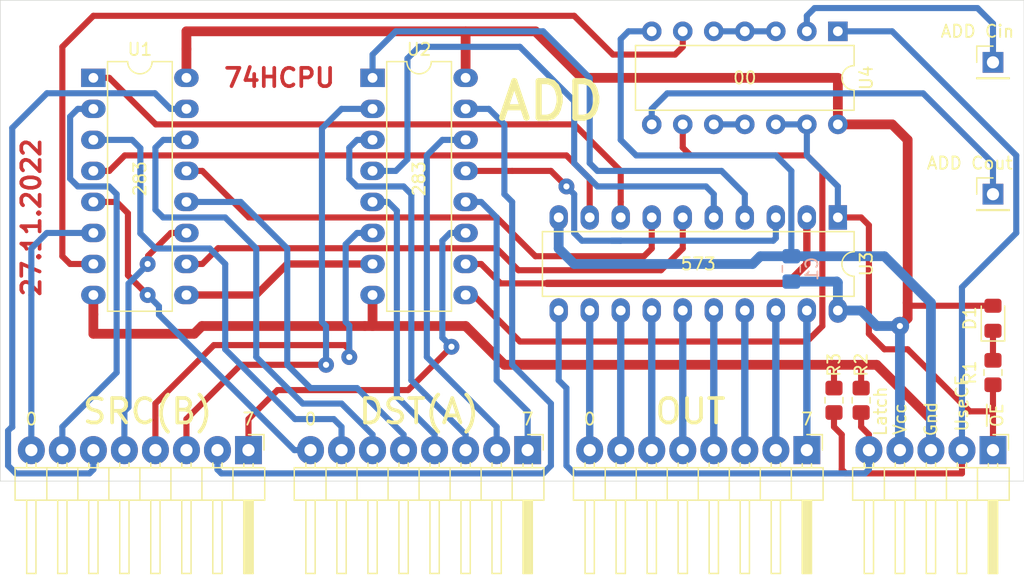
<source format=kicad_pcb>
(kicad_pcb (version 20171130) (host pcbnew "(5.1.8)-1")

  (general
    (thickness 1.6)
    (drawings 27)
    (tracks 338)
    (zones 0)
    (modules 15)
    (nets 46)
  )

  (page A4 portrait)
  (layers
    (0 F.Cu signal)
    (31 B.Cu signal)
    (32 B.Adhes user)
    (33 F.Adhes user)
    (34 B.Paste user)
    (35 F.Paste user)
    (36 B.SilkS user)
    (37 F.SilkS user)
    (38 B.Mask user)
    (39 F.Mask user)
    (40 Dwgs.User user)
    (41 Cmts.User user)
    (42 Eco1.User user)
    (43 Eco2.User user)
    (44 Edge.Cuts user)
    (45 Margin user)
    (46 B.CrtYd user)
    (47 F.CrtYd user)
    (48 B.Fab user)
    (49 F.Fab user)
  )

  (setup
    (last_trace_width 0.5)
    (user_trace_width 0.5)
    (user_trace_width 0.6)
    (user_trace_width 0.8)
    (trace_clearance 0.2)
    (zone_clearance 0.508)
    (zone_45_only no)
    (trace_min 0.2)
    (via_size 0.8)
    (via_drill 0.5)
    (via_min_size 0.4)
    (via_min_drill 0.3)
    (user_via 1.3 0.5)
    (user_via 1.5 0.5)
    (uvia_size 0.3)
    (uvia_drill 0.1)
    (uvias_allowed no)
    (uvia_min_size 0.2)
    (uvia_min_drill 0.1)
    (edge_width 0.05)
    (segment_width 0.2)
    (pcb_text_width 0.3)
    (pcb_text_size 1.5 1.5)
    (mod_edge_width 0.12)
    (mod_text_size 1 1)
    (mod_text_width 0.15)
    (pad_size 1.524 1.524)
    (pad_drill 0.762)
    (pad_to_mask_clearance 0)
    (aux_axis_origin 60.96 29.21)
    (visible_elements 7FFFFFFF)
    (pcbplotparams
      (layerselection 0x010f0_ffffffff)
      (usegerberextensions true)
      (usegerberattributes false)
      (usegerberadvancedattributes false)
      (creategerberjobfile false)
      (excludeedgelayer true)
      (linewidth 0.100000)
      (plotframeref false)
      (viasonmask false)
      (mode 1)
      (useauxorigin true)
      (hpglpennumber 1)
      (hpglpenspeed 20)
      (hpglpendiameter 15.000000)
      (psnegative false)
      (psa4output false)
      (plotreference true)
      (plotvalue true)
      (plotinvisibletext false)
      (padsonsilk false)
      (subtractmaskfromsilk false)
      (outputformat 1)
      (mirror false)
      (drillshape 0)
      (scaleselection 1)
      (outputdirectory "gerber/"))
  )

  (net 0 "")
  (net 1 "Net-(U1-Pad1)")
  (net 2 "Net-(U1-Pad9)")
  (net 3 "Net-(U1-Pad10)")
  (net 4 "Net-(U1-Pad4)")
  (net 5 "Net-(U1-Pad13)")
  (net 6 "Net-(U1-Pad7)")
  (net 7 "Net-(U2-Pad13)")
  (net 8 "Net-(U2-Pad4)")
  (net 9 "Net-(U2-Pad10)")
  (net 10 "Net-(U2-Pad1)")
  (net 11 /B7)
  (net 12 /B6)
  (net 13 /B5)
  (net 14 /B4)
  (net 15 /B3)
  (net 16 /B2)
  (net 17 /B1)
  (net 18 /B0)
  (net 19 /A0)
  (net 20 /A1)
  (net 21 /A2)
  (net 22 /A3)
  (net 23 /A4)
  (net 24 /A5)
  (net 25 /A6)
  (net 26 /A7)
  (net 27 /O7)
  (net 28 /O6)
  (net 29 /O5)
  (net 30 /O4)
  (net 31 /O3)
  (net 32 /O2)
  (net 33 /O1)
  (net 34 /O0)
  (net 35 /Latch)
  (net 36 VCC)
  (net 37 GND)
  (net 38 /~OE)
  (net 39 "Net-(D1-Pad1)")
  (net 40 /UseCF)
  (net 41 /ADD_CIN)
  (net 42 "Net-(U2-Pad9)")
  (net 43 "Net-(U4-Pad3)")
  (net 44 "Net-(U4-Pad10)")
  (net 45 "/~(ADD_COUT&OE)")

  (net_class Default "This is the default net class."
    (clearance 0.2)
    (trace_width 0.5)
    (via_dia 0.8)
    (via_drill 0.5)
    (uvia_dia 0.3)
    (uvia_drill 0.1)
    (add_net /A0)
    (add_net /A1)
    (add_net /A2)
    (add_net /A3)
    (add_net /A4)
    (add_net /A5)
    (add_net /A6)
    (add_net /A7)
    (add_net /ADD_CIN)
    (add_net /B0)
    (add_net /B1)
    (add_net /B2)
    (add_net /B3)
    (add_net /B4)
    (add_net /B5)
    (add_net /B6)
    (add_net /B7)
    (add_net /Latch)
    (add_net /O0)
    (add_net /O1)
    (add_net /O2)
    (add_net /O3)
    (add_net /O4)
    (add_net /O5)
    (add_net /O6)
    (add_net /O7)
    (add_net /UseCF)
    (add_net "/~(ADD_COUT&OE)")
    (add_net /~OE)
    (add_net GND)
    (add_net "Net-(D1-Pad1)")
    (add_net "Net-(U1-Pad1)")
    (add_net "Net-(U1-Pad10)")
    (add_net "Net-(U1-Pad13)")
    (add_net "Net-(U1-Pad4)")
    (add_net "Net-(U1-Pad7)")
    (add_net "Net-(U1-Pad9)")
    (add_net "Net-(U2-Pad1)")
    (add_net "Net-(U2-Pad10)")
    (add_net "Net-(U2-Pad13)")
    (add_net "Net-(U2-Pad4)")
    (add_net "Net-(U2-Pad9)")
    (add_net "Net-(U4-Pad10)")
    (add_net "Net-(U4-Pad3)")
    (add_net VCC)
  )

  (module Package_DIP:DIP-14_W7.62mm (layer F.Cu) (tedit 5A02E8C5) (tstamp 638137C3)
    (at 129.54 31.75 270)
    (descr "14-lead though-hole mounted DIP package, row spacing 7.62 mm (300 mils)")
    (tags "THT DIP DIL PDIP 2.54mm 7.62mm 300mil")
    (path /6381ABFB)
    (fp_text reference U4 (at 3.81 -2.33 90) (layer F.SilkS)
      (effects (font (size 1 1) (thickness 0.15)))
    )
    (fp_text value 74HC00 (at 3.81 17.57 90) (layer F.Fab)
      (effects (font (size 1 1) (thickness 0.15)))
    )
    (fp_line (start 8.7 -1.55) (end -1.1 -1.55) (layer F.CrtYd) (width 0.05))
    (fp_line (start 8.7 16.8) (end 8.7 -1.55) (layer F.CrtYd) (width 0.05))
    (fp_line (start -1.1 16.8) (end 8.7 16.8) (layer F.CrtYd) (width 0.05))
    (fp_line (start -1.1 -1.55) (end -1.1 16.8) (layer F.CrtYd) (width 0.05))
    (fp_line (start 6.46 -1.33) (end 4.81 -1.33) (layer F.SilkS) (width 0.12))
    (fp_line (start 6.46 16.57) (end 6.46 -1.33) (layer F.SilkS) (width 0.12))
    (fp_line (start 1.16 16.57) (end 6.46 16.57) (layer F.SilkS) (width 0.12))
    (fp_line (start 1.16 -1.33) (end 1.16 16.57) (layer F.SilkS) (width 0.12))
    (fp_line (start 2.81 -1.33) (end 1.16 -1.33) (layer F.SilkS) (width 0.12))
    (fp_line (start 0.635 -0.27) (end 1.635 -1.27) (layer F.Fab) (width 0.1))
    (fp_line (start 0.635 16.51) (end 0.635 -0.27) (layer F.Fab) (width 0.1))
    (fp_line (start 6.985 16.51) (end 0.635 16.51) (layer F.Fab) (width 0.1))
    (fp_line (start 6.985 -1.27) (end 6.985 16.51) (layer F.Fab) (width 0.1))
    (fp_line (start 1.635 -1.27) (end 6.985 -1.27) (layer F.Fab) (width 0.1))
    (fp_text user %R (at 3.81 7.62 90) (layer F.Fab)
      (effects (font (size 1 1) (thickness 0.15)))
    )
    (fp_arc (start 3.81 -1.33) (end 2.81 -1.33) (angle -180) (layer F.SilkS) (width 0.12))
    (pad 14 thru_hole oval (at 7.62 0 270) (size 1.6 1.6) (drill 0.8) (layers *.Cu *.Mask)
      (net 36 VCC))
    (pad 7 thru_hole oval (at 0 15.24 270) (size 1.6 1.6) (drill 0.8) (layers *.Cu *.Mask)
      (net 37 GND))
    (pad 13 thru_hole oval (at 7.62 2.54 270) (size 1.6 1.6) (drill 0.8) (layers *.Cu *.Mask)
      (net 38 /~OE))
    (pad 6 thru_hole oval (at 0 12.7 270) (size 1.6 1.6) (drill 0.8) (layers *.Cu *.Mask)
      (net 6 "Net-(U1-Pad7)"))
    (pad 12 thru_hole oval (at 7.62 5.08 270) (size 1.6 1.6) (drill 0.8) (layers *.Cu *.Mask)
      (net 38 /~OE))
    (pad 5 thru_hole oval (at 0 10.16 270) (size 1.6 1.6) (drill 0.8) (layers *.Cu *.Mask)
      (net 43 "Net-(U4-Pad3)"))
    (pad 11 thru_hole oval (at 7.62 7.62 270) (size 1.6 1.6) (drill 0.8) (layers *.Cu *.Mask)
      (net 44 "Net-(U4-Pad10)"))
    (pad 4 thru_hole oval (at 0 7.62 270) (size 1.6 1.6) (drill 0.8) (layers *.Cu *.Mask)
      (net 43 "Net-(U4-Pad3)"))
    (pad 10 thru_hole oval (at 7.62 10.16 270) (size 1.6 1.6) (drill 0.8) (layers *.Cu *.Mask)
      (net 44 "Net-(U4-Pad10)"))
    (pad 3 thru_hole oval (at 0 5.08 270) (size 1.6 1.6) (drill 0.8) (layers *.Cu *.Mask)
      (net 43 "Net-(U4-Pad3)"))
    (pad 9 thru_hole oval (at 7.62 12.7 270) (size 1.6 1.6) (drill 0.8) (layers *.Cu *.Mask)
      (net 42 "Net-(U2-Pad9)"))
    (pad 2 thru_hole oval (at 0 2.54 270) (size 1.6 1.6) (drill 0.8) (layers *.Cu *.Mask)
      (net 41 /ADD_CIN))
    (pad 8 thru_hole oval (at 7.62 15.24 270) (size 1.6 1.6) (drill 0.8) (layers *.Cu *.Mask)
      (net 45 "/~(ADD_COUT&OE)"))
    (pad 1 thru_hole rect (at 0 0 270) (size 1.6 1.6) (drill 0.8) (layers *.Cu *.Mask)
      (net 40 /UseCF))
    (model ${KISYS3DMOD}/Package_DIP.3dshapes/DIP-14_W7.62mm.wrl
      (at (xyz 0 0 0))
      (scale (xyz 1 1 1))
      (rotate (xyz 0 0 0))
    )
  )

  (module Connector_PinHeader_2.54mm:PinHeader_1x05_P2.54mm_Horizontal (layer F.Cu) (tedit 59FED5CB) (tstamp 62AE31D7)
    (at 142.24 66.04 270)
    (descr "Through hole angled pin header, 1x05, 2.54mm pitch, 6mm pin length, single row")
    (tags "Through hole angled pin header THT 1x05 2.54mm single row")
    (path /62AF6747)
    (fp_text reference J4 (at 0 -1.905 90) (layer F.SilkS) hide
      (effects (font (size 1 1) (thickness 0.15)))
    )
    (fp_text value Conn_01x05_Male (at 2.54 5.08 180) (layer F.Fab)
      (effects (font (size 1 1) (thickness 0.15)))
    )
    (fp_line (start 2.135 -1.27) (end 4.04 -1.27) (layer F.Fab) (width 0.1))
    (fp_line (start 4.04 -1.27) (end 4.04 11.43) (layer F.Fab) (width 0.1))
    (fp_line (start 4.04 11.43) (end 1.5 11.43) (layer F.Fab) (width 0.1))
    (fp_line (start 1.5 11.43) (end 1.5 -0.635) (layer F.Fab) (width 0.1))
    (fp_line (start 1.5 -0.635) (end 2.135 -1.27) (layer F.Fab) (width 0.1))
    (fp_line (start -0.32 -0.32) (end 1.5 -0.32) (layer F.Fab) (width 0.1))
    (fp_line (start -0.32 -0.32) (end -0.32 0.32) (layer F.Fab) (width 0.1))
    (fp_line (start -0.32 0.32) (end 1.5 0.32) (layer F.Fab) (width 0.1))
    (fp_line (start 4.04 -0.32) (end 10.04 -0.32) (layer F.Fab) (width 0.1))
    (fp_line (start 10.04 -0.32) (end 10.04 0.32) (layer F.Fab) (width 0.1))
    (fp_line (start 4.04 0.32) (end 10.04 0.32) (layer F.Fab) (width 0.1))
    (fp_line (start -0.32 2.22) (end 1.5 2.22) (layer F.Fab) (width 0.1))
    (fp_line (start -0.32 2.22) (end -0.32 2.86) (layer F.Fab) (width 0.1))
    (fp_line (start -0.32 2.86) (end 1.5 2.86) (layer F.Fab) (width 0.1))
    (fp_line (start 4.04 2.22) (end 10.04 2.22) (layer F.Fab) (width 0.1))
    (fp_line (start 10.04 2.22) (end 10.04 2.86) (layer F.Fab) (width 0.1))
    (fp_line (start 4.04 2.86) (end 10.04 2.86) (layer F.Fab) (width 0.1))
    (fp_line (start -0.32 4.76) (end 1.5 4.76) (layer F.Fab) (width 0.1))
    (fp_line (start -0.32 4.76) (end -0.32 5.4) (layer F.Fab) (width 0.1))
    (fp_line (start -0.32 5.4) (end 1.5 5.4) (layer F.Fab) (width 0.1))
    (fp_line (start 4.04 4.76) (end 10.04 4.76) (layer F.Fab) (width 0.1))
    (fp_line (start 10.04 4.76) (end 10.04 5.4) (layer F.Fab) (width 0.1))
    (fp_line (start 4.04 5.4) (end 10.04 5.4) (layer F.Fab) (width 0.1))
    (fp_line (start -0.32 7.3) (end 1.5 7.3) (layer F.Fab) (width 0.1))
    (fp_line (start -0.32 7.3) (end -0.32 7.94) (layer F.Fab) (width 0.1))
    (fp_line (start -0.32 7.94) (end 1.5 7.94) (layer F.Fab) (width 0.1))
    (fp_line (start 4.04 7.3) (end 10.04 7.3) (layer F.Fab) (width 0.1))
    (fp_line (start 10.04 7.3) (end 10.04 7.94) (layer F.Fab) (width 0.1))
    (fp_line (start 4.04 7.94) (end 10.04 7.94) (layer F.Fab) (width 0.1))
    (fp_line (start -0.32 9.84) (end 1.5 9.84) (layer F.Fab) (width 0.1))
    (fp_line (start -0.32 9.84) (end -0.32 10.48) (layer F.Fab) (width 0.1))
    (fp_line (start -0.32 10.48) (end 1.5 10.48) (layer F.Fab) (width 0.1))
    (fp_line (start 4.04 9.84) (end 10.04 9.84) (layer F.Fab) (width 0.1))
    (fp_line (start 10.04 9.84) (end 10.04 10.48) (layer F.Fab) (width 0.1))
    (fp_line (start 4.04 10.48) (end 10.04 10.48) (layer F.Fab) (width 0.1))
    (fp_line (start 1.44 -1.33) (end 1.44 11.49) (layer F.SilkS) (width 0.12))
    (fp_line (start 1.44 11.49) (end 4.1 11.49) (layer F.SilkS) (width 0.12))
    (fp_line (start 4.1 11.49) (end 4.1 -1.33) (layer F.SilkS) (width 0.12))
    (fp_line (start 4.1 -1.33) (end 1.44 -1.33) (layer F.SilkS) (width 0.12))
    (fp_line (start 4.1 -0.38) (end 10.1 -0.38) (layer F.SilkS) (width 0.12))
    (fp_line (start 10.1 -0.38) (end 10.1 0.38) (layer F.SilkS) (width 0.12))
    (fp_line (start 10.1 0.38) (end 4.1 0.38) (layer F.SilkS) (width 0.12))
    (fp_line (start 4.1 -0.32) (end 10.1 -0.32) (layer F.SilkS) (width 0.12))
    (fp_line (start 4.1 -0.2) (end 10.1 -0.2) (layer F.SilkS) (width 0.12))
    (fp_line (start 4.1 -0.08) (end 10.1 -0.08) (layer F.SilkS) (width 0.12))
    (fp_line (start 4.1 0.04) (end 10.1 0.04) (layer F.SilkS) (width 0.12))
    (fp_line (start 4.1 0.16) (end 10.1 0.16) (layer F.SilkS) (width 0.12))
    (fp_line (start 4.1 0.28) (end 10.1 0.28) (layer F.SilkS) (width 0.12))
    (fp_line (start 1.11 -0.38) (end 1.44 -0.38) (layer F.SilkS) (width 0.12))
    (fp_line (start 1.11 0.38) (end 1.44 0.38) (layer F.SilkS) (width 0.12))
    (fp_line (start 1.44 1.27) (end 4.1 1.27) (layer F.SilkS) (width 0.12))
    (fp_line (start 4.1 2.16) (end 10.1 2.16) (layer F.SilkS) (width 0.12))
    (fp_line (start 10.1 2.16) (end 10.1 2.92) (layer F.SilkS) (width 0.12))
    (fp_line (start 10.1 2.92) (end 4.1 2.92) (layer F.SilkS) (width 0.12))
    (fp_line (start 1.042929 2.16) (end 1.44 2.16) (layer F.SilkS) (width 0.12))
    (fp_line (start 1.042929 2.92) (end 1.44 2.92) (layer F.SilkS) (width 0.12))
    (fp_line (start 1.44 3.81) (end 4.1 3.81) (layer F.SilkS) (width 0.12))
    (fp_line (start 4.1 4.7) (end 10.1 4.7) (layer F.SilkS) (width 0.12))
    (fp_line (start 10.1 4.7) (end 10.1 5.46) (layer F.SilkS) (width 0.12))
    (fp_line (start 10.1 5.46) (end 4.1 5.46) (layer F.SilkS) (width 0.12))
    (fp_line (start 1.042929 4.7) (end 1.44 4.7) (layer F.SilkS) (width 0.12))
    (fp_line (start 1.042929 5.46) (end 1.44 5.46) (layer F.SilkS) (width 0.12))
    (fp_line (start 1.44 6.35) (end 4.1 6.35) (layer F.SilkS) (width 0.12))
    (fp_line (start 4.1 7.24) (end 10.1 7.24) (layer F.SilkS) (width 0.12))
    (fp_line (start 10.1 7.24) (end 10.1 8) (layer F.SilkS) (width 0.12))
    (fp_line (start 10.1 8) (end 4.1 8) (layer F.SilkS) (width 0.12))
    (fp_line (start 1.042929 7.24) (end 1.44 7.24) (layer F.SilkS) (width 0.12))
    (fp_line (start 1.042929 8) (end 1.44 8) (layer F.SilkS) (width 0.12))
    (fp_line (start 1.44 8.89) (end 4.1 8.89) (layer F.SilkS) (width 0.12))
    (fp_line (start 4.1 9.78) (end 10.1 9.78) (layer F.SilkS) (width 0.12))
    (fp_line (start 10.1 9.78) (end 10.1 10.54) (layer F.SilkS) (width 0.12))
    (fp_line (start 10.1 10.54) (end 4.1 10.54) (layer F.SilkS) (width 0.12))
    (fp_line (start 1.042929 9.78) (end 1.44 9.78) (layer F.SilkS) (width 0.12))
    (fp_line (start 1.042929 10.54) (end 1.44 10.54) (layer F.SilkS) (width 0.12))
    (fp_line (start -1.27 0) (end -1.27 -1.27) (layer F.SilkS) (width 0.12))
    (fp_line (start -1.27 -1.27) (end 0 -1.27) (layer F.SilkS) (width 0.12))
    (fp_line (start -1.8 -1.8) (end -1.8 11.95) (layer F.CrtYd) (width 0.05))
    (fp_line (start -1.8 11.95) (end 10.55 11.95) (layer F.CrtYd) (width 0.05))
    (fp_line (start 10.55 11.95) (end 10.55 -1.8) (layer F.CrtYd) (width 0.05))
    (fp_line (start 10.55 -1.8) (end -1.8 -1.8) (layer F.CrtYd) (width 0.05))
    (fp_text user %R (at 2.77 5.08) (layer F.Fab)
      (effects (font (size 1 1) (thickness 0.15)))
    )
    (pad 5 thru_hole oval (at 0 10.16 270) (size 2.3 2.2) (drill 1) (layers *.Cu *.Mask)
      (net 35 /Latch))
    (pad 4 thru_hole oval (at 0 7.62 270) (size 2.3 2.2) (drill 1) (layers *.Cu *.Mask)
      (net 36 VCC))
    (pad 3 thru_hole oval (at 0 5.08 270) (size 2.3 2.2) (drill 1) (layers *.Cu *.Mask)
      (net 37 GND))
    (pad 2 thru_hole oval (at 0 2.54 270) (size 2.3 2.2) (drill 1) (layers *.Cu *.Mask)
      (net 40 /UseCF))
    (pad 1 thru_hole rect (at 0 0 270) (size 2.3 2.2) (drill 1) (layers *.Cu *.Mask)
      (net 38 /~OE))
    (model ${KISYS3DMOD}/Connector_PinHeader_2.54mm.3dshapes/PinHeader_1x05_P2.54mm_Horizontal.wrl
      (at (xyz 0 0 0))
      (scale (xyz 1 1 1))
      (rotate (xyz 0 0 0))
    )
  )

  (module Connector_PinHeader_2.54mm:PinHeader_1x08_P2.54mm_Horizontal (layer F.Cu) (tedit 59FED5CB) (tstamp 62AE1440)
    (at 81.28 66.04 270)
    (descr "Through hole angled pin header, 1x08, 2.54mm pitch, 6mm pin length, single row")
    (tags "Through hole angled pin header THT 1x08 2.54mm single row")
    (path /62ADD682)
    (fp_text reference J1 (at 0 -2.27 90) (layer F.SilkS) hide
      (effects (font (size 1 1) (thickness 0.15)))
    )
    (fp_text value Conn_01x08_Male (at 2.54 8.89 180) (layer F.Fab)
      (effects (font (size 1 1) (thickness 0.15)))
    )
    (fp_line (start 10.55 -1.8) (end -1.8 -1.8) (layer F.CrtYd) (width 0.05))
    (fp_line (start 10.55 19.55) (end 10.55 -1.8) (layer F.CrtYd) (width 0.05))
    (fp_line (start -1.8 19.55) (end 10.55 19.55) (layer F.CrtYd) (width 0.05))
    (fp_line (start -1.8 -1.8) (end -1.8 19.55) (layer F.CrtYd) (width 0.05))
    (fp_line (start -1.27 -1.27) (end 0 -1.27) (layer F.SilkS) (width 0.12))
    (fp_line (start -1.27 0) (end -1.27 -1.27) (layer F.SilkS) (width 0.12))
    (fp_line (start 1.042929 18.16) (end 1.44 18.16) (layer F.SilkS) (width 0.12))
    (fp_line (start 1.042929 17.4) (end 1.44 17.4) (layer F.SilkS) (width 0.12))
    (fp_line (start 10.1 18.16) (end 4.1 18.16) (layer F.SilkS) (width 0.12))
    (fp_line (start 10.1 17.4) (end 10.1 18.16) (layer F.SilkS) (width 0.12))
    (fp_line (start 4.1 17.4) (end 10.1 17.4) (layer F.SilkS) (width 0.12))
    (fp_line (start 1.44 16.51) (end 4.1 16.51) (layer F.SilkS) (width 0.12))
    (fp_line (start 1.042929 15.62) (end 1.44 15.62) (layer F.SilkS) (width 0.12))
    (fp_line (start 1.042929 14.86) (end 1.44 14.86) (layer F.SilkS) (width 0.12))
    (fp_line (start 10.1 15.62) (end 4.1 15.62) (layer F.SilkS) (width 0.12))
    (fp_line (start 10.1 14.86) (end 10.1 15.62) (layer F.SilkS) (width 0.12))
    (fp_line (start 4.1 14.86) (end 10.1 14.86) (layer F.SilkS) (width 0.12))
    (fp_line (start 1.44 13.97) (end 4.1 13.97) (layer F.SilkS) (width 0.12))
    (fp_line (start 1.042929 13.08) (end 1.44 13.08) (layer F.SilkS) (width 0.12))
    (fp_line (start 1.042929 12.32) (end 1.44 12.32) (layer F.SilkS) (width 0.12))
    (fp_line (start 10.1 13.08) (end 4.1 13.08) (layer F.SilkS) (width 0.12))
    (fp_line (start 10.1 12.32) (end 10.1 13.08) (layer F.SilkS) (width 0.12))
    (fp_line (start 4.1 12.32) (end 10.1 12.32) (layer F.SilkS) (width 0.12))
    (fp_line (start 1.44 11.43) (end 4.1 11.43) (layer F.SilkS) (width 0.12))
    (fp_line (start 1.042929 10.54) (end 1.44 10.54) (layer F.SilkS) (width 0.12))
    (fp_line (start 1.042929 9.78) (end 1.44 9.78) (layer F.SilkS) (width 0.12))
    (fp_line (start 10.1 10.54) (end 4.1 10.54) (layer F.SilkS) (width 0.12))
    (fp_line (start 10.1 9.78) (end 10.1 10.54) (layer F.SilkS) (width 0.12))
    (fp_line (start 4.1 9.78) (end 10.1 9.78) (layer F.SilkS) (width 0.12))
    (fp_line (start 1.44 8.89) (end 4.1 8.89) (layer F.SilkS) (width 0.12))
    (fp_line (start 1.042929 8) (end 1.44 8) (layer F.SilkS) (width 0.12))
    (fp_line (start 1.042929 7.24) (end 1.44 7.24) (layer F.SilkS) (width 0.12))
    (fp_line (start 10.1 8) (end 4.1 8) (layer F.SilkS) (width 0.12))
    (fp_line (start 10.1 7.24) (end 10.1 8) (layer F.SilkS) (width 0.12))
    (fp_line (start 4.1 7.24) (end 10.1 7.24) (layer F.SilkS) (width 0.12))
    (fp_line (start 1.44 6.35) (end 4.1 6.35) (layer F.SilkS) (width 0.12))
    (fp_line (start 1.042929 5.46) (end 1.44 5.46) (layer F.SilkS) (width 0.12))
    (fp_line (start 1.042929 4.7) (end 1.44 4.7) (layer F.SilkS) (width 0.12))
    (fp_line (start 10.1 5.46) (end 4.1 5.46) (layer F.SilkS) (width 0.12))
    (fp_line (start 10.1 4.7) (end 10.1 5.46) (layer F.SilkS) (width 0.12))
    (fp_line (start 4.1 4.7) (end 10.1 4.7) (layer F.SilkS) (width 0.12))
    (fp_line (start 1.44 3.81) (end 4.1 3.81) (layer F.SilkS) (width 0.12))
    (fp_line (start 1.042929 2.92) (end 1.44 2.92) (layer F.SilkS) (width 0.12))
    (fp_line (start 1.042929 2.16) (end 1.44 2.16) (layer F.SilkS) (width 0.12))
    (fp_line (start 10.1 2.92) (end 4.1 2.92) (layer F.SilkS) (width 0.12))
    (fp_line (start 10.1 2.16) (end 10.1 2.92) (layer F.SilkS) (width 0.12))
    (fp_line (start 4.1 2.16) (end 10.1 2.16) (layer F.SilkS) (width 0.12))
    (fp_line (start 1.44 1.27) (end 4.1 1.27) (layer F.SilkS) (width 0.12))
    (fp_line (start 1.11 0.38) (end 1.44 0.38) (layer F.SilkS) (width 0.12))
    (fp_line (start 1.11 -0.38) (end 1.44 -0.38) (layer F.SilkS) (width 0.12))
    (fp_line (start 4.1 0.28) (end 10.1 0.28) (layer F.SilkS) (width 0.12))
    (fp_line (start 4.1 0.16) (end 10.1 0.16) (layer F.SilkS) (width 0.12))
    (fp_line (start 4.1 0.04) (end 10.1 0.04) (layer F.SilkS) (width 0.12))
    (fp_line (start 4.1 -0.08) (end 10.1 -0.08) (layer F.SilkS) (width 0.12))
    (fp_line (start 4.1 -0.2) (end 10.1 -0.2) (layer F.SilkS) (width 0.12))
    (fp_line (start 4.1 -0.32) (end 10.1 -0.32) (layer F.SilkS) (width 0.12))
    (fp_line (start 10.1 0.38) (end 4.1 0.38) (layer F.SilkS) (width 0.12))
    (fp_line (start 10.1 -0.38) (end 10.1 0.38) (layer F.SilkS) (width 0.12))
    (fp_line (start 4.1 -0.38) (end 10.1 -0.38) (layer F.SilkS) (width 0.12))
    (fp_line (start 4.1 -1.33) (end 1.44 -1.33) (layer F.SilkS) (width 0.12))
    (fp_line (start 4.1 19.11) (end 4.1 -1.33) (layer F.SilkS) (width 0.12))
    (fp_line (start 1.44 19.11) (end 4.1 19.11) (layer F.SilkS) (width 0.12))
    (fp_line (start 1.44 -1.33) (end 1.44 19.11) (layer F.SilkS) (width 0.12))
    (fp_line (start 4.04 18.1) (end 10.04 18.1) (layer F.Fab) (width 0.1))
    (fp_line (start 10.04 17.46) (end 10.04 18.1) (layer F.Fab) (width 0.1))
    (fp_line (start 4.04 17.46) (end 10.04 17.46) (layer F.Fab) (width 0.1))
    (fp_line (start -0.32 18.1) (end 1.5 18.1) (layer F.Fab) (width 0.1))
    (fp_line (start -0.32 17.46) (end -0.32 18.1) (layer F.Fab) (width 0.1))
    (fp_line (start -0.32 17.46) (end 1.5 17.46) (layer F.Fab) (width 0.1))
    (fp_line (start 4.04 15.56) (end 10.04 15.56) (layer F.Fab) (width 0.1))
    (fp_line (start 10.04 14.92) (end 10.04 15.56) (layer F.Fab) (width 0.1))
    (fp_line (start 4.04 14.92) (end 10.04 14.92) (layer F.Fab) (width 0.1))
    (fp_line (start -0.32 15.56) (end 1.5 15.56) (layer F.Fab) (width 0.1))
    (fp_line (start -0.32 14.92) (end -0.32 15.56) (layer F.Fab) (width 0.1))
    (fp_line (start -0.32 14.92) (end 1.5 14.92) (layer F.Fab) (width 0.1))
    (fp_line (start 4.04 13.02) (end 10.04 13.02) (layer F.Fab) (width 0.1))
    (fp_line (start 10.04 12.38) (end 10.04 13.02) (layer F.Fab) (width 0.1))
    (fp_line (start 4.04 12.38) (end 10.04 12.38) (layer F.Fab) (width 0.1))
    (fp_line (start -0.32 13.02) (end 1.5 13.02) (layer F.Fab) (width 0.1))
    (fp_line (start -0.32 12.38) (end -0.32 13.02) (layer F.Fab) (width 0.1))
    (fp_line (start -0.32 12.38) (end 1.5 12.38) (layer F.Fab) (width 0.1))
    (fp_line (start 4.04 10.48) (end 10.04 10.48) (layer F.Fab) (width 0.1))
    (fp_line (start 10.04 9.84) (end 10.04 10.48) (layer F.Fab) (width 0.1))
    (fp_line (start 4.04 9.84) (end 10.04 9.84) (layer F.Fab) (width 0.1))
    (fp_line (start -0.32 10.48) (end 1.5 10.48) (layer F.Fab) (width 0.1))
    (fp_line (start -0.32 9.84) (end -0.32 10.48) (layer F.Fab) (width 0.1))
    (fp_line (start -0.32 9.84) (end 1.5 9.84) (layer F.Fab) (width 0.1))
    (fp_line (start 4.04 7.94) (end 10.04 7.94) (layer F.Fab) (width 0.1))
    (fp_line (start 10.04 7.3) (end 10.04 7.94) (layer F.Fab) (width 0.1))
    (fp_line (start 4.04 7.3) (end 10.04 7.3) (layer F.Fab) (width 0.1))
    (fp_line (start -0.32 7.94) (end 1.5 7.94) (layer F.Fab) (width 0.1))
    (fp_line (start -0.32 7.3) (end -0.32 7.94) (layer F.Fab) (width 0.1))
    (fp_line (start -0.32 7.3) (end 1.5 7.3) (layer F.Fab) (width 0.1))
    (fp_line (start 4.04 5.4) (end 10.04 5.4) (layer F.Fab) (width 0.1))
    (fp_line (start 10.04 4.76) (end 10.04 5.4) (layer F.Fab) (width 0.1))
    (fp_line (start 4.04 4.76) (end 10.04 4.76) (layer F.Fab) (width 0.1))
    (fp_line (start -0.32 5.4) (end 1.5 5.4) (layer F.Fab) (width 0.1))
    (fp_line (start -0.32 4.76) (end -0.32 5.4) (layer F.Fab) (width 0.1))
    (fp_line (start -0.32 4.76) (end 1.5 4.76) (layer F.Fab) (width 0.1))
    (fp_line (start 4.04 2.86) (end 10.04 2.86) (layer F.Fab) (width 0.1))
    (fp_line (start 10.04 2.22) (end 10.04 2.86) (layer F.Fab) (width 0.1))
    (fp_line (start 4.04 2.22) (end 10.04 2.22) (layer F.Fab) (width 0.1))
    (fp_line (start -0.32 2.86) (end 1.5 2.86) (layer F.Fab) (width 0.1))
    (fp_line (start -0.32 2.22) (end -0.32 2.86) (layer F.Fab) (width 0.1))
    (fp_line (start -0.32 2.22) (end 1.5 2.22) (layer F.Fab) (width 0.1))
    (fp_line (start 4.04 0.32) (end 10.04 0.32) (layer F.Fab) (width 0.1))
    (fp_line (start 10.04 -0.32) (end 10.04 0.32) (layer F.Fab) (width 0.1))
    (fp_line (start 4.04 -0.32) (end 10.04 -0.32) (layer F.Fab) (width 0.1))
    (fp_line (start -0.32 0.32) (end 1.5 0.32) (layer F.Fab) (width 0.1))
    (fp_line (start -0.32 -0.32) (end -0.32 0.32) (layer F.Fab) (width 0.1))
    (fp_line (start -0.32 -0.32) (end 1.5 -0.32) (layer F.Fab) (width 0.1))
    (fp_line (start 1.5 -0.635) (end 2.135 -1.27) (layer F.Fab) (width 0.1))
    (fp_line (start 1.5 19.05) (end 1.5 -0.635) (layer F.Fab) (width 0.1))
    (fp_line (start 4.04 19.05) (end 1.5 19.05) (layer F.Fab) (width 0.1))
    (fp_line (start 4.04 -1.27) (end 4.04 19.05) (layer F.Fab) (width 0.1))
    (fp_line (start 2.135 -1.27) (end 4.04 -1.27) (layer F.Fab) (width 0.1))
    (fp_text user %R (at 2.77 8.89) (layer F.Fab)
      (effects (font (size 1 1) (thickness 0.15)))
    )
    (pad 1 thru_hole rect (at 0 0 270) (size 2.3 2.2) (drill 1) (layers *.Cu *.Mask)
      (net 11 /B7))
    (pad 2 thru_hole oval (at 0 2.54 270) (size 2.3 2.2) (drill 1) (layers *.Cu *.Mask)
      (net 12 /B6))
    (pad 3 thru_hole oval (at 0 5.08 270) (size 2.3 2.2) (drill 1) (layers *.Cu *.Mask)
      (net 13 /B5))
    (pad 4 thru_hole oval (at 0 7.62 270) (size 2.3 2.2) (drill 1) (layers *.Cu *.Mask)
      (net 14 /B4))
    (pad 5 thru_hole oval (at 0 10.16 270) (size 2.3 2.2) (drill 1) (layers *.Cu *.Mask)
      (net 15 /B3))
    (pad 6 thru_hole oval (at 0 12.7 270) (size 2.3 2.2) (drill 1) (layers *.Cu *.Mask)
      (net 16 /B2))
    (pad 7 thru_hole oval (at 0 15.24 270) (size 2.3 2.2) (drill 1) (layers *.Cu *.Mask)
      (net 17 /B1))
    (pad 8 thru_hole oval (at 0 17.78 270) (size 2.3 2.2) (drill 1) (layers *.Cu *.Mask)
      (net 18 /B0))
    (model ${KISYS3DMOD}/Connector_PinHeader_2.54mm.3dshapes/PinHeader_1x08_P2.54mm_Horizontal.wrl
      (at (xyz 0 0 0))
      (scale (xyz 1 1 1))
      (rotate (xyz 0 0 0))
    )
  )

  (module Package_DIP:DIP-16_W7.62mm (layer F.Cu) (tedit 5A02E8C5) (tstamp 62AE1464)
    (at 68.58 35.56)
    (descr "16-lead though-hole mounted DIP package, row spacing 7.62 mm (300 mils)")
    (tags "THT DIP DIL PDIP 2.54mm 7.62mm 300mil")
    (path /62ADB17D)
    (fp_text reference U1 (at 3.81 -2.33) (layer F.SilkS)
      (effects (font (size 1 1) (thickness 0.15)))
    )
    (fp_text value 74LS283 (at 3.81 20.11) (layer F.Fab)
      (effects (font (size 1 1) (thickness 0.15)))
    )
    (fp_line (start 8.7 -1.55) (end -1.1 -1.55) (layer F.CrtYd) (width 0.05))
    (fp_line (start 8.7 19.3) (end 8.7 -1.55) (layer F.CrtYd) (width 0.05))
    (fp_line (start -1.1 19.3) (end 8.7 19.3) (layer F.CrtYd) (width 0.05))
    (fp_line (start -1.1 -1.55) (end -1.1 19.3) (layer F.CrtYd) (width 0.05))
    (fp_line (start 6.46 -1.33) (end 4.81 -1.33) (layer F.SilkS) (width 0.12))
    (fp_line (start 6.46 19.11) (end 6.46 -1.33) (layer F.SilkS) (width 0.12))
    (fp_line (start 1.16 19.11) (end 6.46 19.11) (layer F.SilkS) (width 0.12))
    (fp_line (start 1.16 -1.33) (end 1.16 19.11) (layer F.SilkS) (width 0.12))
    (fp_line (start 2.81 -1.33) (end 1.16 -1.33) (layer F.SilkS) (width 0.12))
    (fp_line (start 0.635 -0.27) (end 1.635 -1.27) (layer F.Fab) (width 0.1))
    (fp_line (start 0.635 19.05) (end 0.635 -0.27) (layer F.Fab) (width 0.1))
    (fp_line (start 6.985 19.05) (end 0.635 19.05) (layer F.Fab) (width 0.1))
    (fp_line (start 6.985 -1.27) (end 6.985 19.05) (layer F.Fab) (width 0.1))
    (fp_line (start 1.635 -1.27) (end 6.985 -1.27) (layer F.Fab) (width 0.1))
    (fp_arc (start 3.81 -1.33) (end 2.81 -1.33) (angle -180) (layer F.SilkS) (width 0.12))
    (fp_text user %R (at 3.81 8.89) (layer F.Fab)
      (effects (font (size 1 1) (thickness 0.15)))
    )
    (pad 1 thru_hole rect (at 0 0) (size 2 1.5) (drill 0.8) (layers *.Cu *.Mask)
      (net 1 "Net-(U1-Pad1)"))
    (pad 9 thru_hole oval (at 7.62 17.78) (size 2 1.5) (drill 0.8) (layers *.Cu *.Mask)
      (net 2 "Net-(U1-Pad9)"))
    (pad 2 thru_hole oval (at 0 2.54) (size 2 1.5) (drill 0.8) (layers *.Cu *.Mask)
      (net 17 /B1))
    (pad 10 thru_hole oval (at 7.62 15.24) (size 2 1.5) (drill 0.8) (layers *.Cu *.Mask)
      (net 3 "Net-(U1-Pad10)"))
    (pad 3 thru_hole oval (at 0 5.08) (size 2 1.5) (drill 0.8) (layers *.Cu *.Mask)
      (net 20 /A1))
    (pad 11 thru_hole oval (at 7.62 12.7) (size 2 1.5) (drill 0.8) (layers *.Cu *.Mask)
      (net 15 /B3))
    (pad 4 thru_hole oval (at 0 7.62) (size 2 1.5) (drill 0.8) (layers *.Cu *.Mask)
      (net 4 "Net-(U1-Pad4)"))
    (pad 12 thru_hole oval (at 7.62 10.16) (size 2 1.5) (drill 0.8) (layers *.Cu *.Mask)
      (net 22 /A3))
    (pad 5 thru_hole oval (at 0 10.16) (size 2 1.5) (drill 0.8) (layers *.Cu *.Mask)
      (net 19 /A0))
    (pad 13 thru_hole oval (at 7.62 7.62) (size 2 1.5) (drill 0.8) (layers *.Cu *.Mask)
      (net 5 "Net-(U1-Pad13)"))
    (pad 6 thru_hole oval (at 0 12.7) (size 2 1.5) (drill 0.8) (layers *.Cu *.Mask)
      (net 18 /B0))
    (pad 14 thru_hole oval (at 7.62 5.08) (size 2 1.5) (drill 0.8) (layers *.Cu *.Mask)
      (net 21 /A2))
    (pad 7 thru_hole oval (at 0 15.24) (size 2 1.5) (drill 0.8) (layers *.Cu *.Mask)
      (net 6 "Net-(U1-Pad7)"))
    (pad 15 thru_hole oval (at 7.62 2.54) (size 2 1.5) (drill 0.8) (layers *.Cu *.Mask)
      (net 16 /B2))
    (pad 8 thru_hole oval (at 0 17.78) (size 2 1.5) (drill 0.8) (layers *.Cu *.Mask)
      (net 37 GND))
    (pad 16 thru_hole oval (at 7.62 0) (size 2 1.5) (drill 0.8) (layers *.Cu *.Mask)
      (net 36 VCC))
    (model ${KISYS3DMOD}/Package_DIP.3dshapes/DIP-16_W7.62mm.wrl
      (at (xyz 0 0 0))
      (scale (xyz 1 1 1))
      (rotate (xyz 0 0 0))
    )
  )

  (module Package_DIP:DIP-16_W7.62mm (layer F.Cu) (tedit 5A02E8C5) (tstamp 62AE1488)
    (at 91.44 35.56)
    (descr "16-lead though-hole mounted DIP package, row spacing 7.62 mm (300 mils)")
    (tags "THT DIP DIL PDIP 2.54mm 7.62mm 300mil")
    (path /62ADC308)
    (fp_text reference U2 (at 3.81 -2.33) (layer F.SilkS)
      (effects (font (size 1 1) (thickness 0.15)))
    )
    (fp_text value 74LS283 (at 3.81 20.11) (layer F.Fab)
      (effects (font (size 1 1) (thickness 0.15)))
    )
    (fp_line (start 1.635 -1.27) (end 6.985 -1.27) (layer F.Fab) (width 0.1))
    (fp_line (start 6.985 -1.27) (end 6.985 19.05) (layer F.Fab) (width 0.1))
    (fp_line (start 6.985 19.05) (end 0.635 19.05) (layer F.Fab) (width 0.1))
    (fp_line (start 0.635 19.05) (end 0.635 -0.27) (layer F.Fab) (width 0.1))
    (fp_line (start 0.635 -0.27) (end 1.635 -1.27) (layer F.Fab) (width 0.1))
    (fp_line (start 2.81 -1.33) (end 1.16 -1.33) (layer F.SilkS) (width 0.12))
    (fp_line (start 1.16 -1.33) (end 1.16 19.11) (layer F.SilkS) (width 0.12))
    (fp_line (start 1.16 19.11) (end 6.46 19.11) (layer F.SilkS) (width 0.12))
    (fp_line (start 6.46 19.11) (end 6.46 -1.33) (layer F.SilkS) (width 0.12))
    (fp_line (start 6.46 -1.33) (end 4.81 -1.33) (layer F.SilkS) (width 0.12))
    (fp_line (start -1.1 -1.55) (end -1.1 19.3) (layer F.CrtYd) (width 0.05))
    (fp_line (start -1.1 19.3) (end 8.7 19.3) (layer F.CrtYd) (width 0.05))
    (fp_line (start 8.7 19.3) (end 8.7 -1.55) (layer F.CrtYd) (width 0.05))
    (fp_line (start 8.7 -1.55) (end -1.1 -1.55) (layer F.CrtYd) (width 0.05))
    (fp_text user %R (at 3.81 8.89) (layer F.Fab)
      (effects (font (size 1 1) (thickness 0.15)))
    )
    (fp_arc (start 3.81 -1.33) (end 2.81 -1.33) (angle -180) (layer F.SilkS) (width 0.12))
    (pad 16 thru_hole oval (at 7.62 0) (size 2 1.5) (drill 0.8) (layers *.Cu *.Mask)
      (net 36 VCC))
    (pad 8 thru_hole oval (at 0 17.78) (size 2 1.5) (drill 0.8) (layers *.Cu *.Mask)
      (net 37 GND))
    (pad 15 thru_hole oval (at 7.62 2.54) (size 2 1.5) (drill 0.8) (layers *.Cu *.Mask)
      (net 12 /B6))
    (pad 7 thru_hole oval (at 0 15.24) (size 2 1.5) (drill 0.8) (layers *.Cu *.Mask)
      (net 2 "Net-(U1-Pad9)"))
    (pad 14 thru_hole oval (at 7.62 5.08) (size 2 1.5) (drill 0.8) (layers *.Cu *.Mask)
      (net 25 /A6))
    (pad 6 thru_hole oval (at 0 12.7) (size 2 1.5) (drill 0.8) (layers *.Cu *.Mask)
      (net 14 /B4))
    (pad 13 thru_hole oval (at 7.62 7.62) (size 2 1.5) (drill 0.8) (layers *.Cu *.Mask)
      (net 7 "Net-(U2-Pad13)"))
    (pad 5 thru_hole oval (at 0 10.16) (size 2 1.5) (drill 0.8) (layers *.Cu *.Mask)
      (net 23 /A4))
    (pad 12 thru_hole oval (at 7.62 10.16) (size 2 1.5) (drill 0.8) (layers *.Cu *.Mask)
      (net 26 /A7))
    (pad 4 thru_hole oval (at 0 7.62) (size 2 1.5) (drill 0.8) (layers *.Cu *.Mask)
      (net 8 "Net-(U2-Pad4)"))
    (pad 11 thru_hole oval (at 7.62 12.7) (size 2 1.5) (drill 0.8) (layers *.Cu *.Mask)
      (net 11 /B7))
    (pad 3 thru_hole oval (at 0 5.08) (size 2 1.5) (drill 0.8) (layers *.Cu *.Mask)
      (net 24 /A5))
    (pad 10 thru_hole oval (at 7.62 15.24) (size 2 1.5) (drill 0.8) (layers *.Cu *.Mask)
      (net 9 "Net-(U2-Pad10)"))
    (pad 2 thru_hole oval (at 0 2.54) (size 2 1.5) (drill 0.8) (layers *.Cu *.Mask)
      (net 13 /B5))
    (pad 9 thru_hole oval (at 7.62 17.78) (size 2 1.5) (drill 0.8) (layers *.Cu *.Mask)
      (net 42 "Net-(U2-Pad9)"))
    (pad 1 thru_hole rect (at 0 0) (size 2 1.5) (drill 0.8) (layers *.Cu *.Mask)
      (net 10 "Net-(U2-Pad1)"))
    (model ${KISYS3DMOD}/Package_DIP.3dshapes/DIP-16_W7.62mm.wrl
      (at (xyz 0 0 0))
      (scale (xyz 1 1 1))
      (rotate (xyz 0 0 0))
    )
  )

  (module Connector_PinHeader_2.54mm:PinHeader_1x08_P2.54mm_Horizontal (layer F.Cu) (tedit 59FED5CB) (tstamp 62AE2003)
    (at 104.14 66.04 270)
    (descr "Through hole angled pin header, 1x08, 2.54mm pitch, 6mm pin length, single row")
    (tags "Through hole angled pin header THT 1x08 2.54mm single row")
    (path /62AE45BC)
    (fp_text reference J2 (at 0 -2.27 90) (layer F.SilkS) hide
      (effects (font (size 1 1) (thickness 0.15)))
    )
    (fp_text value Conn_01x08_Male (at 2.54 8.255 180) (layer F.Fab)
      (effects (font (size 1 1) (thickness 0.15)))
    )
    (fp_line (start 10.55 -1.8) (end -1.8 -1.8) (layer F.CrtYd) (width 0.05))
    (fp_line (start 10.55 19.55) (end 10.55 -1.8) (layer F.CrtYd) (width 0.05))
    (fp_line (start -1.8 19.55) (end 10.55 19.55) (layer F.CrtYd) (width 0.05))
    (fp_line (start -1.8 -1.8) (end -1.8 19.55) (layer F.CrtYd) (width 0.05))
    (fp_line (start -1.27 -1.27) (end 0 -1.27) (layer F.SilkS) (width 0.12))
    (fp_line (start -1.27 0) (end -1.27 -1.27) (layer F.SilkS) (width 0.12))
    (fp_line (start 1.042929 18.16) (end 1.44 18.16) (layer F.SilkS) (width 0.12))
    (fp_line (start 1.042929 17.4) (end 1.44 17.4) (layer F.SilkS) (width 0.12))
    (fp_line (start 10.1 18.16) (end 4.1 18.16) (layer F.SilkS) (width 0.12))
    (fp_line (start 10.1 17.4) (end 10.1 18.16) (layer F.SilkS) (width 0.12))
    (fp_line (start 4.1 17.4) (end 10.1 17.4) (layer F.SilkS) (width 0.12))
    (fp_line (start 1.44 16.51) (end 4.1 16.51) (layer F.SilkS) (width 0.12))
    (fp_line (start 1.042929 15.62) (end 1.44 15.62) (layer F.SilkS) (width 0.12))
    (fp_line (start 1.042929 14.86) (end 1.44 14.86) (layer F.SilkS) (width 0.12))
    (fp_line (start 10.1 15.62) (end 4.1 15.62) (layer F.SilkS) (width 0.12))
    (fp_line (start 10.1 14.86) (end 10.1 15.62) (layer F.SilkS) (width 0.12))
    (fp_line (start 4.1 14.86) (end 10.1 14.86) (layer F.SilkS) (width 0.12))
    (fp_line (start 1.44 13.97) (end 4.1 13.97) (layer F.SilkS) (width 0.12))
    (fp_line (start 1.042929 13.08) (end 1.44 13.08) (layer F.SilkS) (width 0.12))
    (fp_line (start 1.042929 12.32) (end 1.44 12.32) (layer F.SilkS) (width 0.12))
    (fp_line (start 10.1 13.08) (end 4.1 13.08) (layer F.SilkS) (width 0.12))
    (fp_line (start 10.1 12.32) (end 10.1 13.08) (layer F.SilkS) (width 0.12))
    (fp_line (start 4.1 12.32) (end 10.1 12.32) (layer F.SilkS) (width 0.12))
    (fp_line (start 1.44 11.43) (end 4.1 11.43) (layer F.SilkS) (width 0.12))
    (fp_line (start 1.042929 10.54) (end 1.44 10.54) (layer F.SilkS) (width 0.12))
    (fp_line (start 1.042929 9.78) (end 1.44 9.78) (layer F.SilkS) (width 0.12))
    (fp_line (start 10.1 10.54) (end 4.1 10.54) (layer F.SilkS) (width 0.12))
    (fp_line (start 10.1 9.78) (end 10.1 10.54) (layer F.SilkS) (width 0.12))
    (fp_line (start 4.1 9.78) (end 10.1 9.78) (layer F.SilkS) (width 0.12))
    (fp_line (start 1.44 8.89) (end 4.1 8.89) (layer F.SilkS) (width 0.12))
    (fp_line (start 1.042929 8) (end 1.44 8) (layer F.SilkS) (width 0.12))
    (fp_line (start 1.042929 7.24) (end 1.44 7.24) (layer F.SilkS) (width 0.12))
    (fp_line (start 10.1 8) (end 4.1 8) (layer F.SilkS) (width 0.12))
    (fp_line (start 10.1 7.24) (end 10.1 8) (layer F.SilkS) (width 0.12))
    (fp_line (start 4.1 7.24) (end 10.1 7.24) (layer F.SilkS) (width 0.12))
    (fp_line (start 1.44 6.35) (end 4.1 6.35) (layer F.SilkS) (width 0.12))
    (fp_line (start 1.042929 5.46) (end 1.44 5.46) (layer F.SilkS) (width 0.12))
    (fp_line (start 1.042929 4.7) (end 1.44 4.7) (layer F.SilkS) (width 0.12))
    (fp_line (start 10.1 5.46) (end 4.1 5.46) (layer F.SilkS) (width 0.12))
    (fp_line (start 10.1 4.7) (end 10.1 5.46) (layer F.SilkS) (width 0.12))
    (fp_line (start 4.1 4.7) (end 10.1 4.7) (layer F.SilkS) (width 0.12))
    (fp_line (start 1.44 3.81) (end 4.1 3.81) (layer F.SilkS) (width 0.12))
    (fp_line (start 1.042929 2.92) (end 1.44 2.92) (layer F.SilkS) (width 0.12))
    (fp_line (start 1.042929 2.16) (end 1.44 2.16) (layer F.SilkS) (width 0.12))
    (fp_line (start 10.1 2.92) (end 4.1 2.92) (layer F.SilkS) (width 0.12))
    (fp_line (start 10.1 2.16) (end 10.1 2.92) (layer F.SilkS) (width 0.12))
    (fp_line (start 4.1 2.16) (end 10.1 2.16) (layer F.SilkS) (width 0.12))
    (fp_line (start 1.44 1.27) (end 4.1 1.27) (layer F.SilkS) (width 0.12))
    (fp_line (start 1.11 0.38) (end 1.44 0.38) (layer F.SilkS) (width 0.12))
    (fp_line (start 1.11 -0.38) (end 1.44 -0.38) (layer F.SilkS) (width 0.12))
    (fp_line (start 4.1 0.28) (end 10.1 0.28) (layer F.SilkS) (width 0.12))
    (fp_line (start 4.1 0.16) (end 10.1 0.16) (layer F.SilkS) (width 0.12))
    (fp_line (start 4.1 0.04) (end 10.1 0.04) (layer F.SilkS) (width 0.12))
    (fp_line (start 4.1 -0.08) (end 10.1 -0.08) (layer F.SilkS) (width 0.12))
    (fp_line (start 4.1 -0.2) (end 10.1 -0.2) (layer F.SilkS) (width 0.12))
    (fp_line (start 4.1 -0.32) (end 10.1 -0.32) (layer F.SilkS) (width 0.12))
    (fp_line (start 10.1 0.38) (end 4.1 0.38) (layer F.SilkS) (width 0.12))
    (fp_line (start 10.1 -0.38) (end 10.1 0.38) (layer F.SilkS) (width 0.12))
    (fp_line (start 4.1 -0.38) (end 10.1 -0.38) (layer F.SilkS) (width 0.12))
    (fp_line (start 4.1 -1.33) (end 1.44 -1.33) (layer F.SilkS) (width 0.12))
    (fp_line (start 4.1 19.11) (end 4.1 -1.33) (layer F.SilkS) (width 0.12))
    (fp_line (start 1.44 19.11) (end 4.1 19.11) (layer F.SilkS) (width 0.12))
    (fp_line (start 1.44 -1.33) (end 1.44 19.11) (layer F.SilkS) (width 0.12))
    (fp_line (start 4.04 18.1) (end 10.04 18.1) (layer F.Fab) (width 0.1))
    (fp_line (start 10.04 17.46) (end 10.04 18.1) (layer F.Fab) (width 0.1))
    (fp_line (start 4.04 17.46) (end 10.04 17.46) (layer F.Fab) (width 0.1))
    (fp_line (start -0.32 18.1) (end 1.5 18.1) (layer F.Fab) (width 0.1))
    (fp_line (start -0.32 17.46) (end -0.32 18.1) (layer F.Fab) (width 0.1))
    (fp_line (start -0.32 17.46) (end 1.5 17.46) (layer F.Fab) (width 0.1))
    (fp_line (start 4.04 15.56) (end 10.04 15.56) (layer F.Fab) (width 0.1))
    (fp_line (start 10.04 14.92) (end 10.04 15.56) (layer F.Fab) (width 0.1))
    (fp_line (start 4.04 14.92) (end 10.04 14.92) (layer F.Fab) (width 0.1))
    (fp_line (start -0.32 15.56) (end 1.5 15.56) (layer F.Fab) (width 0.1))
    (fp_line (start -0.32 14.92) (end -0.32 15.56) (layer F.Fab) (width 0.1))
    (fp_line (start -0.32 14.92) (end 1.5 14.92) (layer F.Fab) (width 0.1))
    (fp_line (start 4.04 13.02) (end 10.04 13.02) (layer F.Fab) (width 0.1))
    (fp_line (start 10.04 12.38) (end 10.04 13.02) (layer F.Fab) (width 0.1))
    (fp_line (start 4.04 12.38) (end 10.04 12.38) (layer F.Fab) (width 0.1))
    (fp_line (start -0.32 13.02) (end 1.5 13.02) (layer F.Fab) (width 0.1))
    (fp_line (start -0.32 12.38) (end -0.32 13.02) (layer F.Fab) (width 0.1))
    (fp_line (start -0.32 12.38) (end 1.5 12.38) (layer F.Fab) (width 0.1))
    (fp_line (start 4.04 10.48) (end 10.04 10.48) (layer F.Fab) (width 0.1))
    (fp_line (start 10.04 9.84) (end 10.04 10.48) (layer F.Fab) (width 0.1))
    (fp_line (start 4.04 9.84) (end 10.04 9.84) (layer F.Fab) (width 0.1))
    (fp_line (start -0.32 10.48) (end 1.5 10.48) (layer F.Fab) (width 0.1))
    (fp_line (start -0.32 9.84) (end -0.32 10.48) (layer F.Fab) (width 0.1))
    (fp_line (start -0.32 9.84) (end 1.5 9.84) (layer F.Fab) (width 0.1))
    (fp_line (start 4.04 7.94) (end 10.04 7.94) (layer F.Fab) (width 0.1))
    (fp_line (start 10.04 7.3) (end 10.04 7.94) (layer F.Fab) (width 0.1))
    (fp_line (start 4.04 7.3) (end 10.04 7.3) (layer F.Fab) (width 0.1))
    (fp_line (start -0.32 7.94) (end 1.5 7.94) (layer F.Fab) (width 0.1))
    (fp_line (start -0.32 7.3) (end -0.32 7.94) (layer F.Fab) (width 0.1))
    (fp_line (start -0.32 7.3) (end 1.5 7.3) (layer F.Fab) (width 0.1))
    (fp_line (start 4.04 5.4) (end 10.04 5.4) (layer F.Fab) (width 0.1))
    (fp_line (start 10.04 4.76) (end 10.04 5.4) (layer F.Fab) (width 0.1))
    (fp_line (start 4.04 4.76) (end 10.04 4.76) (layer F.Fab) (width 0.1))
    (fp_line (start -0.32 5.4) (end 1.5 5.4) (layer F.Fab) (width 0.1))
    (fp_line (start -0.32 4.76) (end -0.32 5.4) (layer F.Fab) (width 0.1))
    (fp_line (start -0.32 4.76) (end 1.5 4.76) (layer F.Fab) (width 0.1))
    (fp_line (start 4.04 2.86) (end 10.04 2.86) (layer F.Fab) (width 0.1))
    (fp_line (start 10.04 2.22) (end 10.04 2.86) (layer F.Fab) (width 0.1))
    (fp_line (start 4.04 2.22) (end 10.04 2.22) (layer F.Fab) (width 0.1))
    (fp_line (start -0.32 2.86) (end 1.5 2.86) (layer F.Fab) (width 0.1))
    (fp_line (start -0.32 2.22) (end -0.32 2.86) (layer F.Fab) (width 0.1))
    (fp_line (start -0.32 2.22) (end 1.5 2.22) (layer F.Fab) (width 0.1))
    (fp_line (start 4.04 0.32) (end 10.04 0.32) (layer F.Fab) (width 0.1))
    (fp_line (start 10.04 -0.32) (end 10.04 0.32) (layer F.Fab) (width 0.1))
    (fp_line (start 4.04 -0.32) (end 10.04 -0.32) (layer F.Fab) (width 0.1))
    (fp_line (start -0.32 0.32) (end 1.5 0.32) (layer F.Fab) (width 0.1))
    (fp_line (start -0.32 -0.32) (end -0.32 0.32) (layer F.Fab) (width 0.1))
    (fp_line (start -0.32 -0.32) (end 1.5 -0.32) (layer F.Fab) (width 0.1))
    (fp_line (start 1.5 -0.635) (end 2.135 -1.27) (layer F.Fab) (width 0.1))
    (fp_line (start 1.5 19.05) (end 1.5 -0.635) (layer F.Fab) (width 0.1))
    (fp_line (start 4.04 19.05) (end 1.5 19.05) (layer F.Fab) (width 0.1))
    (fp_line (start 4.04 -1.27) (end 4.04 19.05) (layer F.Fab) (width 0.1))
    (fp_line (start 2.135 -1.27) (end 4.04 -1.27) (layer F.Fab) (width 0.1))
    (fp_text user %R (at 2.77 8.89) (layer F.Fab)
      (effects (font (size 1 1) (thickness 0.15)))
    )
    (pad 8 thru_hole oval (at 0 17.78 270) (size 2.3 2.2) (drill 1) (layers *.Cu *.Mask)
      (net 19 /A0))
    (pad 7 thru_hole oval (at 0 15.24 270) (size 2.3 2.2) (drill 1) (layers *.Cu *.Mask)
      (net 20 /A1))
    (pad 6 thru_hole oval (at 0 12.7 270) (size 2.3 2.2) (drill 1) (layers *.Cu *.Mask)
      (net 21 /A2))
    (pad 5 thru_hole oval (at 0 10.16 270) (size 2.3 2.2) (drill 1) (layers *.Cu *.Mask)
      (net 22 /A3))
    (pad 4 thru_hole oval (at 0 7.62 270) (size 2.3 2.2) (drill 1) (layers *.Cu *.Mask)
      (net 23 /A4))
    (pad 3 thru_hole oval (at 0 5.08 270) (size 2.3 2.2) (drill 1) (layers *.Cu *.Mask)
      (net 24 /A5))
    (pad 2 thru_hole oval (at 0 2.54 270) (size 2.3 2.2) (drill 1) (layers *.Cu *.Mask)
      (net 25 /A6))
    (pad 1 thru_hole rect (at 0 0 270) (size 2.3 2.2) (drill 1) (layers *.Cu *.Mask)
      (net 26 /A7))
    (model ${KISYS3DMOD}/Connector_PinHeader_2.54mm.3dshapes/PinHeader_1x08_P2.54mm_Horizontal.wrl
      (at (xyz 0 0 0))
      (scale (xyz 1 1 1))
      (rotate (xyz 0 0 0))
    )
  )

  (module Connector_PinHeader_2.54mm:PinHeader_1x08_P2.54mm_Horizontal (layer F.Cu) (tedit 59FED5CB) (tstamp 62AE2084)
    (at 127 66.04 270)
    (descr "Through hole angled pin header, 1x08, 2.54mm pitch, 6mm pin length, single row")
    (tags "Through hole angled pin header THT 1x08 2.54mm single row")
    (path /62AE3CF8)
    (fp_text reference J3 (at 0 -2.27 90) (layer F.SilkS) hide
      (effects (font (size 1 1) (thickness 0.15)))
    )
    (fp_text value Conn_01x08_Male (at 2.54 8.89 180) (layer F.Fab)
      (effects (font (size 1 1) (thickness 0.15)))
    )
    (fp_line (start 2.135 -1.27) (end 4.04 -1.27) (layer F.Fab) (width 0.1))
    (fp_line (start 4.04 -1.27) (end 4.04 19.05) (layer F.Fab) (width 0.1))
    (fp_line (start 4.04 19.05) (end 1.5 19.05) (layer F.Fab) (width 0.1))
    (fp_line (start 1.5 19.05) (end 1.5 -0.635) (layer F.Fab) (width 0.1))
    (fp_line (start 1.5 -0.635) (end 2.135 -1.27) (layer F.Fab) (width 0.1))
    (fp_line (start -0.32 -0.32) (end 1.5 -0.32) (layer F.Fab) (width 0.1))
    (fp_line (start -0.32 -0.32) (end -0.32 0.32) (layer F.Fab) (width 0.1))
    (fp_line (start -0.32 0.32) (end 1.5 0.32) (layer F.Fab) (width 0.1))
    (fp_line (start 4.04 -0.32) (end 10.04 -0.32) (layer F.Fab) (width 0.1))
    (fp_line (start 10.04 -0.32) (end 10.04 0.32) (layer F.Fab) (width 0.1))
    (fp_line (start 4.04 0.32) (end 10.04 0.32) (layer F.Fab) (width 0.1))
    (fp_line (start -0.32 2.22) (end 1.5 2.22) (layer F.Fab) (width 0.1))
    (fp_line (start -0.32 2.22) (end -0.32 2.86) (layer F.Fab) (width 0.1))
    (fp_line (start -0.32 2.86) (end 1.5 2.86) (layer F.Fab) (width 0.1))
    (fp_line (start 4.04 2.22) (end 10.04 2.22) (layer F.Fab) (width 0.1))
    (fp_line (start 10.04 2.22) (end 10.04 2.86) (layer F.Fab) (width 0.1))
    (fp_line (start 4.04 2.86) (end 10.04 2.86) (layer F.Fab) (width 0.1))
    (fp_line (start -0.32 4.76) (end 1.5 4.76) (layer F.Fab) (width 0.1))
    (fp_line (start -0.32 4.76) (end -0.32 5.4) (layer F.Fab) (width 0.1))
    (fp_line (start -0.32 5.4) (end 1.5 5.4) (layer F.Fab) (width 0.1))
    (fp_line (start 4.04 4.76) (end 10.04 4.76) (layer F.Fab) (width 0.1))
    (fp_line (start 10.04 4.76) (end 10.04 5.4) (layer F.Fab) (width 0.1))
    (fp_line (start 4.04 5.4) (end 10.04 5.4) (layer F.Fab) (width 0.1))
    (fp_line (start -0.32 7.3) (end 1.5 7.3) (layer F.Fab) (width 0.1))
    (fp_line (start -0.32 7.3) (end -0.32 7.94) (layer F.Fab) (width 0.1))
    (fp_line (start -0.32 7.94) (end 1.5 7.94) (layer F.Fab) (width 0.1))
    (fp_line (start 4.04 7.3) (end 10.04 7.3) (layer F.Fab) (width 0.1))
    (fp_line (start 10.04 7.3) (end 10.04 7.94) (layer F.Fab) (width 0.1))
    (fp_line (start 4.04 7.94) (end 10.04 7.94) (layer F.Fab) (width 0.1))
    (fp_line (start -0.32 9.84) (end 1.5 9.84) (layer F.Fab) (width 0.1))
    (fp_line (start -0.32 9.84) (end -0.32 10.48) (layer F.Fab) (width 0.1))
    (fp_line (start -0.32 10.48) (end 1.5 10.48) (layer F.Fab) (width 0.1))
    (fp_line (start 4.04 9.84) (end 10.04 9.84) (layer F.Fab) (width 0.1))
    (fp_line (start 10.04 9.84) (end 10.04 10.48) (layer F.Fab) (width 0.1))
    (fp_line (start 4.04 10.48) (end 10.04 10.48) (layer F.Fab) (width 0.1))
    (fp_line (start -0.32 12.38) (end 1.5 12.38) (layer F.Fab) (width 0.1))
    (fp_line (start -0.32 12.38) (end -0.32 13.02) (layer F.Fab) (width 0.1))
    (fp_line (start -0.32 13.02) (end 1.5 13.02) (layer F.Fab) (width 0.1))
    (fp_line (start 4.04 12.38) (end 10.04 12.38) (layer F.Fab) (width 0.1))
    (fp_line (start 10.04 12.38) (end 10.04 13.02) (layer F.Fab) (width 0.1))
    (fp_line (start 4.04 13.02) (end 10.04 13.02) (layer F.Fab) (width 0.1))
    (fp_line (start -0.32 14.92) (end 1.5 14.92) (layer F.Fab) (width 0.1))
    (fp_line (start -0.32 14.92) (end -0.32 15.56) (layer F.Fab) (width 0.1))
    (fp_line (start -0.32 15.56) (end 1.5 15.56) (layer F.Fab) (width 0.1))
    (fp_line (start 4.04 14.92) (end 10.04 14.92) (layer F.Fab) (width 0.1))
    (fp_line (start 10.04 14.92) (end 10.04 15.56) (layer F.Fab) (width 0.1))
    (fp_line (start 4.04 15.56) (end 10.04 15.56) (layer F.Fab) (width 0.1))
    (fp_line (start -0.32 17.46) (end 1.5 17.46) (layer F.Fab) (width 0.1))
    (fp_line (start -0.32 17.46) (end -0.32 18.1) (layer F.Fab) (width 0.1))
    (fp_line (start -0.32 18.1) (end 1.5 18.1) (layer F.Fab) (width 0.1))
    (fp_line (start 4.04 17.46) (end 10.04 17.46) (layer F.Fab) (width 0.1))
    (fp_line (start 10.04 17.46) (end 10.04 18.1) (layer F.Fab) (width 0.1))
    (fp_line (start 4.04 18.1) (end 10.04 18.1) (layer F.Fab) (width 0.1))
    (fp_line (start 1.44 -1.33) (end 1.44 19.11) (layer F.SilkS) (width 0.12))
    (fp_line (start 1.44 19.11) (end 4.1 19.11) (layer F.SilkS) (width 0.12))
    (fp_line (start 4.1 19.11) (end 4.1 -1.33) (layer F.SilkS) (width 0.12))
    (fp_line (start 4.1 -1.33) (end 1.44 -1.33) (layer F.SilkS) (width 0.12))
    (fp_line (start 4.1 -0.38) (end 10.1 -0.38) (layer F.SilkS) (width 0.12))
    (fp_line (start 10.1 -0.38) (end 10.1 0.38) (layer F.SilkS) (width 0.12))
    (fp_line (start 10.1 0.38) (end 4.1 0.38) (layer F.SilkS) (width 0.12))
    (fp_line (start 4.1 -0.32) (end 10.1 -0.32) (layer F.SilkS) (width 0.12))
    (fp_line (start 4.1 -0.2) (end 10.1 -0.2) (layer F.SilkS) (width 0.12))
    (fp_line (start 4.1 -0.08) (end 10.1 -0.08) (layer F.SilkS) (width 0.12))
    (fp_line (start 4.1 0.04) (end 10.1 0.04) (layer F.SilkS) (width 0.12))
    (fp_line (start 4.1 0.16) (end 10.1 0.16) (layer F.SilkS) (width 0.12))
    (fp_line (start 4.1 0.28) (end 10.1 0.28) (layer F.SilkS) (width 0.12))
    (fp_line (start 1.11 -0.38) (end 1.44 -0.38) (layer F.SilkS) (width 0.12))
    (fp_line (start 1.11 0.38) (end 1.44 0.38) (layer F.SilkS) (width 0.12))
    (fp_line (start 1.44 1.27) (end 4.1 1.27) (layer F.SilkS) (width 0.12))
    (fp_line (start 4.1 2.16) (end 10.1 2.16) (layer F.SilkS) (width 0.12))
    (fp_line (start 10.1 2.16) (end 10.1 2.92) (layer F.SilkS) (width 0.12))
    (fp_line (start 10.1 2.92) (end 4.1 2.92) (layer F.SilkS) (width 0.12))
    (fp_line (start 1.042929 2.16) (end 1.44 2.16) (layer F.SilkS) (width 0.12))
    (fp_line (start 1.042929 2.92) (end 1.44 2.92) (layer F.SilkS) (width 0.12))
    (fp_line (start 1.44 3.81) (end 4.1 3.81) (layer F.SilkS) (width 0.12))
    (fp_line (start 4.1 4.7) (end 10.1 4.7) (layer F.SilkS) (width 0.12))
    (fp_line (start 10.1 4.7) (end 10.1 5.46) (layer F.SilkS) (width 0.12))
    (fp_line (start 10.1 5.46) (end 4.1 5.46) (layer F.SilkS) (width 0.12))
    (fp_line (start 1.042929 4.7) (end 1.44 4.7) (layer F.SilkS) (width 0.12))
    (fp_line (start 1.042929 5.46) (end 1.44 5.46) (layer F.SilkS) (width 0.12))
    (fp_line (start 1.44 6.35) (end 4.1 6.35) (layer F.SilkS) (width 0.12))
    (fp_line (start 4.1 7.24) (end 10.1 7.24) (layer F.SilkS) (width 0.12))
    (fp_line (start 10.1 7.24) (end 10.1 8) (layer F.SilkS) (width 0.12))
    (fp_line (start 10.1 8) (end 4.1 8) (layer F.SilkS) (width 0.12))
    (fp_line (start 1.042929 7.24) (end 1.44 7.24) (layer F.SilkS) (width 0.12))
    (fp_line (start 1.042929 8) (end 1.44 8) (layer F.SilkS) (width 0.12))
    (fp_line (start 1.44 8.89) (end 4.1 8.89) (layer F.SilkS) (width 0.12))
    (fp_line (start 4.1 9.78) (end 10.1 9.78) (layer F.SilkS) (width 0.12))
    (fp_line (start 10.1 9.78) (end 10.1 10.54) (layer F.SilkS) (width 0.12))
    (fp_line (start 10.1 10.54) (end 4.1 10.54) (layer F.SilkS) (width 0.12))
    (fp_line (start 1.042929 9.78) (end 1.44 9.78) (layer F.SilkS) (width 0.12))
    (fp_line (start 1.042929 10.54) (end 1.44 10.54) (layer F.SilkS) (width 0.12))
    (fp_line (start 1.44 11.43) (end 4.1 11.43) (layer F.SilkS) (width 0.12))
    (fp_line (start 4.1 12.32) (end 10.1 12.32) (layer F.SilkS) (width 0.12))
    (fp_line (start 10.1 12.32) (end 10.1 13.08) (layer F.SilkS) (width 0.12))
    (fp_line (start 10.1 13.08) (end 4.1 13.08) (layer F.SilkS) (width 0.12))
    (fp_line (start 1.042929 12.32) (end 1.44 12.32) (layer F.SilkS) (width 0.12))
    (fp_line (start 1.042929 13.08) (end 1.44 13.08) (layer F.SilkS) (width 0.12))
    (fp_line (start 1.44 13.97) (end 4.1 13.97) (layer F.SilkS) (width 0.12))
    (fp_line (start 4.1 14.86) (end 10.1 14.86) (layer F.SilkS) (width 0.12))
    (fp_line (start 10.1 14.86) (end 10.1 15.62) (layer F.SilkS) (width 0.12))
    (fp_line (start 10.1 15.62) (end 4.1 15.62) (layer F.SilkS) (width 0.12))
    (fp_line (start 1.042929 14.86) (end 1.44 14.86) (layer F.SilkS) (width 0.12))
    (fp_line (start 1.042929 15.62) (end 1.44 15.62) (layer F.SilkS) (width 0.12))
    (fp_line (start 1.44 16.51) (end 4.1 16.51) (layer F.SilkS) (width 0.12))
    (fp_line (start 4.1 17.4) (end 10.1 17.4) (layer F.SilkS) (width 0.12))
    (fp_line (start 10.1 17.4) (end 10.1 18.16) (layer F.SilkS) (width 0.12))
    (fp_line (start 10.1 18.16) (end 4.1 18.16) (layer F.SilkS) (width 0.12))
    (fp_line (start 1.042929 17.4) (end 1.44 17.4) (layer F.SilkS) (width 0.12))
    (fp_line (start 1.042929 18.16) (end 1.44 18.16) (layer F.SilkS) (width 0.12))
    (fp_line (start -1.27 0) (end -1.27 -1.27) (layer F.SilkS) (width 0.12))
    (fp_line (start -1.27 -1.27) (end 0 -1.27) (layer F.SilkS) (width 0.12))
    (fp_line (start -1.8 -1.8) (end -1.8 19.55) (layer F.CrtYd) (width 0.05))
    (fp_line (start -1.8 19.55) (end 10.55 19.55) (layer F.CrtYd) (width 0.05))
    (fp_line (start 10.55 19.55) (end 10.55 -1.8) (layer F.CrtYd) (width 0.05))
    (fp_line (start 10.55 -1.8) (end -1.8 -1.8) (layer F.CrtYd) (width 0.05))
    (fp_text user %R (at 2.77 8.89) (layer F.Fab)
      (effects (font (size 1 1) (thickness 0.15)))
    )
    (pad 1 thru_hole rect (at 0 0 270) (size 2.3 2.2) (drill 1) (layers *.Cu *.Mask)
      (net 27 /O7))
    (pad 2 thru_hole oval (at 0 2.54 270) (size 2.3 2.2) (drill 1) (layers *.Cu *.Mask)
      (net 28 /O6))
    (pad 3 thru_hole oval (at 0 5.08 270) (size 2.3 2.2) (drill 1) (layers *.Cu *.Mask)
      (net 29 /O5))
    (pad 4 thru_hole oval (at 0 7.62 270) (size 2.3 2.2) (drill 1) (layers *.Cu *.Mask)
      (net 30 /O4))
    (pad 5 thru_hole oval (at 0 10.16 270) (size 2.3 2.2) (drill 1) (layers *.Cu *.Mask)
      (net 31 /O3))
    (pad 6 thru_hole oval (at 0 12.7 270) (size 2.3 2.2) (drill 1) (layers *.Cu *.Mask)
      (net 32 /O2))
    (pad 7 thru_hole oval (at 0 15.24 270) (size 2.3 2.2) (drill 1) (layers *.Cu *.Mask)
      (net 33 /O1))
    (pad 8 thru_hole oval (at 0 17.78 270) (size 2.3 2.2) (drill 1) (layers *.Cu *.Mask)
      (net 34 /O0))
    (model ${KISYS3DMOD}/Connector_PinHeader_2.54mm.3dshapes/PinHeader_1x08_P2.54mm_Horizontal.wrl
      (at (xyz 0 0 0))
      (scale (xyz 1 1 1))
      (rotate (xyz 0 0 0))
    )
  )

  (module Package_DIP:DIP-20_W7.62mm (layer F.Cu) (tedit 5A02E8C5) (tstamp 62AE290B)
    (at 129.54 46.99 270)
    (descr "20-lead though-hole mounted DIP package, row spacing 7.62 mm (300 mils)")
    (tags "THT DIP DIL PDIP 2.54mm 7.62mm 300mil")
    (path /62AED4B1)
    (fp_text reference U3 (at 3.81 -2.33 90) (layer F.SilkS)
      (effects (font (size 1 1) (thickness 0.15)))
    )
    (fp_text value 74LS573 (at 3.81 25.19 90) (layer F.Fab)
      (effects (font (size 1 1) (thickness 0.15)))
    )
    (fp_line (start 8.7 -1.55) (end -1.1 -1.55) (layer F.CrtYd) (width 0.05))
    (fp_line (start 8.7 24.4) (end 8.7 -1.55) (layer F.CrtYd) (width 0.05))
    (fp_line (start -1.1 24.4) (end 8.7 24.4) (layer F.CrtYd) (width 0.05))
    (fp_line (start -1.1 -1.55) (end -1.1 24.4) (layer F.CrtYd) (width 0.05))
    (fp_line (start 6.46 -1.33) (end 4.81 -1.33) (layer F.SilkS) (width 0.12))
    (fp_line (start 6.46 24.19) (end 6.46 -1.33) (layer F.SilkS) (width 0.12))
    (fp_line (start 1.16 24.19) (end 6.46 24.19) (layer F.SilkS) (width 0.12))
    (fp_line (start 1.16 -1.33) (end 1.16 24.19) (layer F.SilkS) (width 0.12))
    (fp_line (start 2.81 -1.33) (end 1.16 -1.33) (layer F.SilkS) (width 0.12))
    (fp_line (start 0.635 -0.27) (end 1.635 -1.27) (layer F.Fab) (width 0.1))
    (fp_line (start 0.635 24.13) (end 0.635 -0.27) (layer F.Fab) (width 0.1))
    (fp_line (start 6.985 24.13) (end 0.635 24.13) (layer F.Fab) (width 0.1))
    (fp_line (start 6.985 -1.27) (end 6.985 24.13) (layer F.Fab) (width 0.1))
    (fp_line (start 1.635 -1.27) (end 6.985 -1.27) (layer F.Fab) (width 0.1))
    (fp_arc (start 3.81 -1.33) (end 2.81 -1.33) (angle -180) (layer F.SilkS) (width 0.12))
    (fp_text user %R (at 3.81 11.43 90) (layer F.Fab)
      (effects (font (size 1 1) (thickness 0.15)))
    )
    (pad 1 thru_hole rect (at 0 0 270) (size 2 1.5) (drill 0.8) (layers *.Cu *.Mask)
      (net 38 /~OE))
    (pad 11 thru_hole oval (at 7.62 22.86 270) (size 2 1.5) (drill 0.8) (layers *.Cu *.Mask)
      (net 35 /Latch))
    (pad 2 thru_hole oval (at 0 2.54 270) (size 2 1.5) (drill 0.8) (layers *.Cu *.Mask)
      (net 9 "Net-(U2-Pad10)"))
    (pad 12 thru_hole oval (at 7.62 20.32 270) (size 2 1.5) (drill 0.8) (layers *.Cu *.Mask)
      (net 34 /O0))
    (pad 3 thru_hole oval (at 0 5.08 270) (size 2 1.5) (drill 0.8) (layers *.Cu *.Mask)
      (net 7 "Net-(U2-Pad13)"))
    (pad 13 thru_hole oval (at 7.62 17.78 270) (size 2 1.5) (drill 0.8) (layers *.Cu *.Mask)
      (net 33 /O1))
    (pad 4 thru_hole oval (at 0 7.62 270) (size 2 1.5) (drill 0.8) (layers *.Cu *.Mask)
      (net 10 "Net-(U2-Pad1)"))
    (pad 14 thru_hole oval (at 7.62 15.24 270) (size 2 1.5) (drill 0.8) (layers *.Cu *.Mask)
      (net 32 /O2))
    (pad 5 thru_hole oval (at 0 10.16 270) (size 2 1.5) (drill 0.8) (layers *.Cu *.Mask)
      (net 8 "Net-(U2-Pad4)"))
    (pad 15 thru_hole oval (at 7.62 12.7 270) (size 2 1.5) (drill 0.8) (layers *.Cu *.Mask)
      (net 31 /O3))
    (pad 6 thru_hole oval (at 0 12.7 270) (size 2 1.5) (drill 0.8) (layers *.Cu *.Mask)
      (net 3 "Net-(U1-Pad10)"))
    (pad 16 thru_hole oval (at 7.62 10.16 270) (size 2 1.5) (drill 0.8) (layers *.Cu *.Mask)
      (net 30 /O4))
    (pad 7 thru_hole oval (at 0 15.24 270) (size 2 1.5) (drill 0.8) (layers *.Cu *.Mask)
      (net 5 "Net-(U1-Pad13)"))
    (pad 17 thru_hole oval (at 7.62 7.62 270) (size 2 1.5) (drill 0.8) (layers *.Cu *.Mask)
      (net 29 /O5))
    (pad 8 thru_hole oval (at 0 17.78 270) (size 2 1.5) (drill 0.8) (layers *.Cu *.Mask)
      (net 1 "Net-(U1-Pad1)"))
    (pad 18 thru_hole oval (at 7.62 5.08 270) (size 2 1.5) (drill 0.8) (layers *.Cu *.Mask)
      (net 28 /O6))
    (pad 9 thru_hole oval (at 0 20.32 270) (size 2 1.5) (drill 0.8) (layers *.Cu *.Mask)
      (net 4 "Net-(U1-Pad4)"))
    (pad 19 thru_hole oval (at 7.62 2.54 270) (size 2 1.5) (drill 0.8) (layers *.Cu *.Mask)
      (net 27 /O7))
    (pad 10 thru_hole oval (at 0 22.86 270) (size 2 1.5) (drill 0.8) (layers *.Cu *.Mask)
      (net 37 GND))
    (pad 20 thru_hole oval (at 7.62 0 270) (size 2 1.5) (drill 0.8) (layers *.Cu *.Mask)
      (net 36 VCC))
    (model ${KISYS3DMOD}/Package_DIP.3dshapes/DIP-20_W7.62mm.wrl
      (at (xyz 0 0 0))
      (scale (xyz 1 1 1))
      (rotate (xyz 0 0 0))
    )
  )

  (module Capacitor_SMD:C_0805_2012Metric_Pad1.18x1.45mm_HandSolder (layer B.Cu) (tedit 5F68FEEF) (tstamp 6345E326)
    (at 125.73 51.2025 90)
    (descr "Capacitor SMD 0805 (2012 Metric), square (rectangular) end terminal, IPC_7351 nominal with elongated pad for handsoldering. (Body size source: IPC-SM-782 page 76, https://www.pcb-3d.com/wordpress/wp-content/uploads/ipc-sm-782a_amendment_1_and_2.pdf, https://docs.google.com/spreadsheets/d/1BsfQQcO9C6DZCsRaXUlFlo91Tg2WpOkGARC1WS5S8t0/edit?usp=sharing), generated with kicad-footprint-generator")
    (tags "capacitor handsolder")
    (path /6346CBEA)
    (attr smd)
    (fp_text reference C1 (at 0 1.68 90) (layer B.SilkS)
      (effects (font (size 1 1) (thickness 0.15)) (justify mirror))
    )
    (fp_text value 0.1uF (at 0 -1.68 90) (layer B.Fab)
      (effects (font (size 1 1) (thickness 0.15)) (justify mirror))
    )
    (fp_line (start -1 -0.625) (end -1 0.625) (layer B.Fab) (width 0.1))
    (fp_line (start -1 0.625) (end 1 0.625) (layer B.Fab) (width 0.1))
    (fp_line (start 1 0.625) (end 1 -0.625) (layer B.Fab) (width 0.1))
    (fp_line (start 1 -0.625) (end -1 -0.625) (layer B.Fab) (width 0.1))
    (fp_line (start -0.261252 0.735) (end 0.261252 0.735) (layer B.SilkS) (width 0.12))
    (fp_line (start -0.261252 -0.735) (end 0.261252 -0.735) (layer B.SilkS) (width 0.12))
    (fp_line (start -1.88 -0.98) (end -1.88 0.98) (layer B.CrtYd) (width 0.05))
    (fp_line (start -1.88 0.98) (end 1.88 0.98) (layer B.CrtYd) (width 0.05))
    (fp_line (start 1.88 0.98) (end 1.88 -0.98) (layer B.CrtYd) (width 0.05))
    (fp_line (start 1.88 -0.98) (end -1.88 -0.98) (layer B.CrtYd) (width 0.05))
    (fp_text user %R (at 0 0 90) (layer B.Fab)
      (effects (font (size 0.5 0.5) (thickness 0.08)) (justify mirror))
    )
    (pad 1 smd roundrect (at -1.0375 0 90) (size 1.175 1.45) (layers B.Cu B.Paste B.Mask) (roundrect_rratio 0.2127659574468085)
      (net 36 VCC))
    (pad 2 smd roundrect (at 1.0375 0 90) (size 1.175 1.45) (layers B.Cu B.Paste B.Mask) (roundrect_rratio 0.2127659574468085)
      (net 37 GND))
    (model ${KISYS3DMOD}/Capacitor_SMD.3dshapes/C_0805_2012Metric.wrl
      (at (xyz 0 0 0))
      (scale (xyz 1 1 1))
      (rotate (xyz 0 0 0))
    )
  )

  (module LED_SMD:LED_0805_2012Metric_Pad1.15x1.40mm_HandSolder (layer F.Cu) (tedit 5F68FEF1) (tstamp 6345E339)
    (at 142.24 55.245 90)
    (descr "LED SMD 0805 (2012 Metric), square (rectangular) end terminal, IPC_7351 nominal, (Body size source: https://docs.google.com/spreadsheets/d/1BsfQQcO9C6DZCsRaXUlFlo91Tg2WpOkGARC1WS5S8t0/edit?usp=sharing), generated with kicad-footprint-generator")
    (tags "LED handsolder")
    (path /63479F27)
    (attr smd)
    (fp_text reference D1 (at 0 -1.905 90) (layer F.SilkS)
      (effects (font (size 1 1) (thickness 0.15)))
    )
    (fp_text value LED (at 0 1.65 90) (layer F.Fab)
      (effects (font (size 1 1) (thickness 0.15)))
    )
    (fp_line (start 1 -0.6) (end -0.7 -0.6) (layer F.Fab) (width 0.1))
    (fp_line (start -0.7 -0.6) (end -1 -0.3) (layer F.Fab) (width 0.1))
    (fp_line (start -1 -0.3) (end -1 0.6) (layer F.Fab) (width 0.1))
    (fp_line (start -1 0.6) (end 1 0.6) (layer F.Fab) (width 0.1))
    (fp_line (start 1 0.6) (end 1 -0.6) (layer F.Fab) (width 0.1))
    (fp_line (start 1 -0.96) (end -1.86 -0.96) (layer F.SilkS) (width 0.12))
    (fp_line (start -1.86 -0.96) (end -1.86 0.96) (layer F.SilkS) (width 0.12))
    (fp_line (start -1.86 0.96) (end 1 0.96) (layer F.SilkS) (width 0.12))
    (fp_line (start -1.85 0.95) (end -1.85 -0.95) (layer F.CrtYd) (width 0.05))
    (fp_line (start -1.85 -0.95) (end 1.85 -0.95) (layer F.CrtYd) (width 0.05))
    (fp_line (start 1.85 -0.95) (end 1.85 0.95) (layer F.CrtYd) (width 0.05))
    (fp_line (start 1.85 0.95) (end -1.85 0.95) (layer F.CrtYd) (width 0.05))
    (fp_text user %R (at 0 0 90) (layer F.Fab)
      (effects (font (size 0.5 0.5) (thickness 0.08)))
    )
    (pad 1 smd roundrect (at -1.025 0 90) (size 1.15 1.4) (layers F.Cu F.Paste F.Mask) (roundrect_rratio 0.2173904347826087)
      (net 39 "Net-(D1-Pad1)"))
    (pad 2 smd roundrect (at 1.025 0 90) (size 1.15 1.4) (layers F.Cu F.Paste F.Mask) (roundrect_rratio 0.2173904347826087)
      (net 36 VCC))
    (model ${KISYS3DMOD}/LED_SMD.3dshapes/LED_0805_2012Metric.wrl
      (at (xyz 0 0 0))
      (scale (xyz 1 1 1))
      (rotate (xyz 0 0 0))
    )
  )

  (module Connector_PinHeader_2.54mm:PinHeader_1x01_P2.54mm_Vertical (layer F.Cu) (tedit 59FED5CC) (tstamp 6345E34E)
    (at 142.24 34.29)
    (descr "Through hole straight pin header, 1x01, 2.54mm pitch, single row")
    (tags "Through hole pin header THT 1x01 2.54mm single row")
    (path /62B23640)
    (fp_text reference J5 (at 0 -2.33) (layer F.SilkS) hide
      (effects (font (size 1 1) (thickness 0.15)))
    )
    (fp_text value Conn_01x01_Male (at -5.08 3.175) (layer F.Fab)
      (effects (font (size 1 1) (thickness 0.15)))
    )
    (fp_line (start -0.635 -1.27) (end 1.27 -1.27) (layer F.Fab) (width 0.1))
    (fp_line (start 1.27 -1.27) (end 1.27 1.27) (layer F.Fab) (width 0.1))
    (fp_line (start 1.27 1.27) (end -1.27 1.27) (layer F.Fab) (width 0.1))
    (fp_line (start -1.27 1.27) (end -1.27 -0.635) (layer F.Fab) (width 0.1))
    (fp_line (start -1.27 -0.635) (end -0.635 -1.27) (layer F.Fab) (width 0.1))
    (fp_line (start -1.33 1.33) (end 1.33 1.33) (layer F.SilkS) (width 0.12))
    (fp_line (start -1.33 1.27) (end -1.33 1.33) (layer F.SilkS) (width 0.12))
    (fp_line (start 1.33 1.27) (end 1.33 1.33) (layer F.SilkS) (width 0.12))
    (fp_line (start -1.33 1.27) (end 1.33 1.27) (layer F.SilkS) (width 0.12))
    (fp_line (start -1.33 0) (end -1.33 -1.33) (layer F.SilkS) (width 0.12))
    (fp_line (start -1.33 -1.33) (end 0 -1.33) (layer F.SilkS) (width 0.12))
    (fp_line (start -1.8 -1.8) (end -1.8 1.8) (layer F.CrtYd) (width 0.05))
    (fp_line (start -1.8 1.8) (end 1.8 1.8) (layer F.CrtYd) (width 0.05))
    (fp_line (start 1.8 1.8) (end 1.8 -1.8) (layer F.CrtYd) (width 0.05))
    (fp_line (start 1.8 -1.8) (end -1.8 -1.8) (layer F.CrtYd) (width 0.05))
    (fp_text user %R (at 0 0 90) (layer F.Fab)
      (effects (font (size 1 1) (thickness 0.15)))
    )
    (pad 1 thru_hole rect (at 0 0) (size 1.7 1.7) (drill 1) (layers *.Cu *.Mask)
      (net 41 /ADD_CIN))
    (model ${KISYS3DMOD}/Connector_PinHeader_2.54mm.3dshapes/PinHeader_1x01_P2.54mm_Vertical.wrl
      (at (xyz 0 0 0))
      (scale (xyz 1 1 1))
      (rotate (xyz 0 0 0))
    )
  )

  (module Connector_PinHeader_2.54mm:PinHeader_1x01_P2.54mm_Vertical (layer F.Cu) (tedit 59FED5CC) (tstamp 6345E363)
    (at 142.24 45.085)
    (descr "Through hole straight pin header, 1x01, 2.54mm pitch, single row")
    (tags "Through hole pin header THT 1x01 2.54mm single row")
    (path /62B24097)
    (fp_text reference J6 (at 0 -2.33) (layer F.SilkS) hide
      (effects (font (size 1 1) (thickness 0.15)))
    )
    (fp_text value Conn_01x01_Male (at -4.445 -4.445) (layer F.Fab)
      (effects (font (size 1 1) (thickness 0.15)))
    )
    (fp_line (start 1.8 -1.8) (end -1.8 -1.8) (layer F.CrtYd) (width 0.05))
    (fp_line (start 1.8 1.8) (end 1.8 -1.8) (layer F.CrtYd) (width 0.05))
    (fp_line (start -1.8 1.8) (end 1.8 1.8) (layer F.CrtYd) (width 0.05))
    (fp_line (start -1.8 -1.8) (end -1.8 1.8) (layer F.CrtYd) (width 0.05))
    (fp_line (start -1.33 -1.33) (end 0 -1.33) (layer F.SilkS) (width 0.12))
    (fp_line (start -1.33 0) (end -1.33 -1.33) (layer F.SilkS) (width 0.12))
    (fp_line (start -1.33 1.27) (end 1.33 1.27) (layer F.SilkS) (width 0.12))
    (fp_line (start 1.33 1.27) (end 1.33 1.33) (layer F.SilkS) (width 0.12))
    (fp_line (start -1.33 1.27) (end -1.33 1.33) (layer F.SilkS) (width 0.12))
    (fp_line (start -1.33 1.33) (end 1.33 1.33) (layer F.SilkS) (width 0.12))
    (fp_line (start -1.27 -0.635) (end -0.635 -1.27) (layer F.Fab) (width 0.1))
    (fp_line (start -1.27 1.27) (end -1.27 -0.635) (layer F.Fab) (width 0.1))
    (fp_line (start 1.27 1.27) (end -1.27 1.27) (layer F.Fab) (width 0.1))
    (fp_line (start 1.27 -1.27) (end 1.27 1.27) (layer F.Fab) (width 0.1))
    (fp_line (start -0.635 -1.27) (end 1.27 -1.27) (layer F.Fab) (width 0.1))
    (fp_text user %R (at 0 0 90) (layer F.Fab)
      (effects (font (size 1 1) (thickness 0.15)))
    )
    (pad 1 thru_hole rect (at 0 0) (size 1.7 1.7) (drill 1) (layers *.Cu *.Mask)
      (net 45 "/~(ADD_COUT&OE)"))
    (model ${KISYS3DMOD}/Connector_PinHeader_2.54mm.3dshapes/PinHeader_1x01_P2.54mm_Vertical.wrl
      (at (xyz 0 0 0))
      (scale (xyz 1 1 1))
      (rotate (xyz 0 0 0))
    )
  )

  (module Resistor_SMD:R_0805_2012Metric_Pad1.20x1.40mm_HandSolder (layer F.Cu) (tedit 5F68FEEE) (tstamp 6345E374)
    (at 142.24 59.69 270)
    (descr "Resistor SMD 0805 (2012 Metric), square (rectangular) end terminal, IPC_7351 nominal with elongated pad for handsoldering. (Body size source: IPC-SM-782 page 72, https://www.pcb-3d.com/wordpress/wp-content/uploads/ipc-sm-782a_amendment_1_and_2.pdf), generated with kicad-footprint-generator")
    (tags "resistor handsolder")
    (path /63479728)
    (attr smd)
    (fp_text reference R1 (at 0 1.905 90) (layer F.SilkS)
      (effects (font (size 1 1) (thickness 0.15)))
    )
    (fp_text value 1k (at 0 1.65 90) (layer F.Fab)
      (effects (font (size 1 1) (thickness 0.15)))
    )
    (fp_line (start -1 0.625) (end -1 -0.625) (layer F.Fab) (width 0.1))
    (fp_line (start -1 -0.625) (end 1 -0.625) (layer F.Fab) (width 0.1))
    (fp_line (start 1 -0.625) (end 1 0.625) (layer F.Fab) (width 0.1))
    (fp_line (start 1 0.625) (end -1 0.625) (layer F.Fab) (width 0.1))
    (fp_line (start -0.227064 -0.735) (end 0.227064 -0.735) (layer F.SilkS) (width 0.12))
    (fp_line (start -0.227064 0.735) (end 0.227064 0.735) (layer F.SilkS) (width 0.12))
    (fp_line (start -1.85 0.95) (end -1.85 -0.95) (layer F.CrtYd) (width 0.05))
    (fp_line (start -1.85 -0.95) (end 1.85 -0.95) (layer F.CrtYd) (width 0.05))
    (fp_line (start 1.85 -0.95) (end 1.85 0.95) (layer F.CrtYd) (width 0.05))
    (fp_line (start 1.85 0.95) (end -1.85 0.95) (layer F.CrtYd) (width 0.05))
    (fp_text user %R (at 0 0 90) (layer F.Fab)
      (effects (font (size 0.5 0.5) (thickness 0.08)))
    )
    (pad 1 smd roundrect (at -1 0 270) (size 1.2 1.4) (layers F.Cu F.Paste F.Mask) (roundrect_rratio 0.2083325)
      (net 39 "Net-(D1-Pad1)"))
    (pad 2 smd roundrect (at 1 0 270) (size 1.2 1.4) (layers F.Cu F.Paste F.Mask) (roundrect_rratio 0.2083325)
      (net 38 /~OE))
    (model ${KISYS3DMOD}/Resistor_SMD.3dshapes/R_0805_2012Metric.wrl
      (at (xyz 0 0 0))
      (scale (xyz 1 1 1))
      (rotate (xyz 0 0 0))
    )
  )

  (module Resistor_SMD:R_0805_2012Metric_Pad1.20x1.40mm_HandSolder (layer F.Cu) (tedit 5F68FEEE) (tstamp 63530810)
    (at 131.445 61.96 90)
    (descr "Resistor SMD 0805 (2012 Metric), square (rectangular) end terminal, IPC_7351 nominal with elongated pad for handsoldering. (Body size source: IPC-SM-782 page 72, https://www.pcb-3d.com/wordpress/wp-content/uploads/ipc-sm-782a_amendment_1_and_2.pdf), generated with kicad-footprint-generator")
    (tags "resistor handsolder")
    (path /635321C4)
    (attr smd)
    (fp_text reference R2 (at 2.905 0 90) (layer F.SilkS)
      (effects (font (size 1 1) (thickness 0.15)))
    )
    (fp_text value 10k (at 0 1.65 90) (layer F.Fab)
      (effects (font (size 1 1) (thickness 0.15)))
    )
    (fp_line (start -1 0.625) (end -1 -0.625) (layer F.Fab) (width 0.1))
    (fp_line (start -1 -0.625) (end 1 -0.625) (layer F.Fab) (width 0.1))
    (fp_line (start 1 -0.625) (end 1 0.625) (layer F.Fab) (width 0.1))
    (fp_line (start 1 0.625) (end -1 0.625) (layer F.Fab) (width 0.1))
    (fp_line (start -0.227064 -0.735) (end 0.227064 -0.735) (layer F.SilkS) (width 0.12))
    (fp_line (start -0.227064 0.735) (end 0.227064 0.735) (layer F.SilkS) (width 0.12))
    (fp_line (start -1.85 0.95) (end -1.85 -0.95) (layer F.CrtYd) (width 0.05))
    (fp_line (start -1.85 -0.95) (end 1.85 -0.95) (layer F.CrtYd) (width 0.05))
    (fp_line (start 1.85 -0.95) (end 1.85 0.95) (layer F.CrtYd) (width 0.05))
    (fp_line (start 1.85 0.95) (end -1.85 0.95) (layer F.CrtYd) (width 0.05))
    (fp_text user %R (at 0 0 90) (layer F.Fab)
      (effects (font (size 0.5 0.5) (thickness 0.08)))
    )
    (pad 1 smd roundrect (at -1 0 90) (size 1.2 1.4) (layers F.Cu F.Paste F.Mask) (roundrect_rratio 0.2083325)
      (net 35 /Latch))
    (pad 2 smd roundrect (at 1 0 90) (size 1.2 1.4) (layers F.Cu F.Paste F.Mask) (roundrect_rratio 0.2083325)
      (net 37 GND))
    (model ${KISYS3DMOD}/Resistor_SMD.3dshapes/R_0805_2012Metric.wrl
      (at (xyz 0 0 0))
      (scale (xyz 1 1 1))
      (rotate (xyz 0 0 0))
    )
  )

  (module Resistor_SMD:R_0805_2012Metric_Pad1.20x1.40mm_HandSolder (layer F.Cu) (tedit 5F68FEEE) (tstamp 63530821)
    (at 129.2225 61.96 90)
    (descr "Resistor SMD 0805 (2012 Metric), square (rectangular) end terminal, IPC_7351 nominal with elongated pad for handsoldering. (Body size source: IPC-SM-782 page 72, https://www.pcb-3d.com/wordpress/wp-content/uploads/ipc-sm-782a_amendment_1_and_2.pdf), generated with kicad-footprint-generator")
    (tags "resistor handsolder")
    (path /63532CFC)
    (attr smd)
    (fp_text reference R3 (at 2.905 0 90) (layer F.SilkS)
      (effects (font (size 1 1) (thickness 0.15)))
    )
    (fp_text value 10k (at 0 1.65 90) (layer F.Fab)
      (effects (font (size 1 1) (thickness 0.15)))
    )
    (fp_line (start 1.85 0.95) (end -1.85 0.95) (layer F.CrtYd) (width 0.05))
    (fp_line (start 1.85 -0.95) (end 1.85 0.95) (layer F.CrtYd) (width 0.05))
    (fp_line (start -1.85 -0.95) (end 1.85 -0.95) (layer F.CrtYd) (width 0.05))
    (fp_line (start -1.85 0.95) (end -1.85 -0.95) (layer F.CrtYd) (width 0.05))
    (fp_line (start -0.227064 0.735) (end 0.227064 0.735) (layer F.SilkS) (width 0.12))
    (fp_line (start -0.227064 -0.735) (end 0.227064 -0.735) (layer F.SilkS) (width 0.12))
    (fp_line (start 1 0.625) (end -1 0.625) (layer F.Fab) (width 0.1))
    (fp_line (start 1 -0.625) (end 1 0.625) (layer F.Fab) (width 0.1))
    (fp_line (start -1 -0.625) (end 1 -0.625) (layer F.Fab) (width 0.1))
    (fp_line (start -1 0.625) (end -1 -0.625) (layer F.Fab) (width 0.1))
    (fp_text user %R (at 0 0 90) (layer F.Fab)
      (effects (font (size 0.5 0.5) (thickness 0.08)))
    )
    (pad 2 smd roundrect (at 1 0 90) (size 1.2 1.4) (layers F.Cu F.Paste F.Mask) (roundrect_rratio 0.2083325)
      (net 37 GND))
    (pad 1 smd roundrect (at -1 0 90) (size 1.2 1.4) (layers F.Cu F.Paste F.Mask) (roundrect_rratio 0.2083325)
      (net 40 /UseCF))
    (model ${KISYS3DMOD}/Resistor_SMD.3dshapes/R_0805_2012Metric.wrl
      (at (xyz 0 0 0))
      (scale (xyz 1 1 1))
      (rotate (xyz 0 0 0))
    )
  )

  (gr_text 00 (at 121.92 35.56) (layer F.SilkS)
    (effects (font (size 1 1) (thickness 0.15)))
  )
  (gr_text 74HCPU (at 83.82 35.56) (layer F.Cu)
    (effects (font (size 1.5 1.5) (thickness 0.3)))
  )
  (gr_text 27.11.2022 (at 63.5 46.99 90) (layer F.Cu)
    (effects (font (size 1.5 1.5) (thickness 0.3)))
  )
  (gr_text "DST(A)" (at 95.25 62.865) (layer F.SilkS)
    (effects (font (size 2 2) (thickness 0.3)))
  )
  (gr_text "SRC(B)" (at 73.025 62.865) (layer F.SilkS)
    (effects (font (size 2 2) (thickness 0.3)))
  )
  (gr_text OUT (at 117.475 62.865) (layer F.SilkS)
    (effects (font (size 2 2) (thickness 0.3)))
  )
  (gr_text 7 (at 127 63.5) (layer F.SilkS)
    (effects (font (size 1 1) (thickness 0.15)))
  )
  (gr_text 0 (at 109.22 63.5) (layer F.SilkS)
    (effects (font (size 1 1) (thickness 0.15)))
  )
  (gr_text 0 (at 63.5 63.5) (layer F.SilkS)
    (effects (font (size 1 1) (thickness 0.15)))
  )
  (gr_text 7 (at 81.28 63.5) (layer F.SilkS)
    (effects (font (size 1 1) (thickness 0.15)))
  )
  (gr_text 7 (at 104.14 63.5) (layer F.SilkS)
    (effects (font (size 1 1) (thickness 0.15)))
  )
  (gr_text 0 (at 86.36 63.5) (layer F.SilkS)
    (effects (font (size 1 1) (thickness 0.15)))
  )
  (gr_text ADD (at 106.045 37.465) (layer F.SilkS)
    (effects (font (size 3 3) (thickness 0.5)))
  )
  (gr_text 283 (at 72.39 43.815 90) (layer F.SilkS) (tstamp 63532085)
    (effects (font (size 1 1) (thickness 0.15)))
  )
  (gr_text 283 (at 95.25 43.815 90) (layer F.SilkS)
    (effects (font (size 1 1) (thickness 0.15)))
  )
  (gr_text 573 (at 118.11 50.8) (layer F.SilkS)
    (effects (font (size 1 1) (thickness 0.15)))
  )
  (gr_text Latch (at 133.0325 62.865 90) (layer F.SilkS) (tstamp 63531E83)
    (effects (font (size 1 1) (thickness 0.15)))
  )
  (gr_text Vcc (at 134.62 63.5 90) (layer F.SilkS) (tstamp 63531E83)
    (effects (font (size 1 1) (thickness 0.15)))
  )
  (gr_text UseCF (at 139.7 62.23 90) (layer F.SilkS) (tstamp 63531E83)
    (effects (font (size 1 1) (thickness 0.15)))
  )
  (gr_text ~OE (at 142.5575 63.1825 90) (layer F.SilkS) (tstamp 63531E83)
    (effects (font (size 1 1) (thickness 0.15)))
  )
  (gr_text Gnd (at 137.16 63.5 90) (layer F.SilkS)
    (effects (font (size 1 1) (thickness 0.15)))
  )
  (gr_text "ADD Cout" (at 140.335 42.545) (layer F.SilkS)
    (effects (font (size 1 1) (thickness 0.15)))
  )
  (gr_text "ADD Cin" (at 140.97 31.75) (layer F.SilkS)
    (effects (font (size 1 1) (thickness 0.15)))
  )
  (gr_line (start 60.96 29.21) (end 60.96 68.58) (layer Edge.Cuts) (width 0.05) (tstamp 62AE3417))
  (gr_line (start 144.78 29.21) (end 60.96 29.21) (layer Edge.Cuts) (width 0.05))
  (gr_line (start 144.78 68.58) (end 144.78 29.21) (layer Edge.Cuts) (width 0.05))
  (gr_line (start 60.96 68.58) (end 144.78 68.58) (layer Edge.Cuts) (width 0.05))

  (segment (start 111.76 45.72) (end 111.76 46.99) (width 0.5) (layer F.Cu) (net 1))
  (segment (start 111.76 43.18) (end 111.76 45.72) (width 0.5) (layer F.Cu) (net 1))
  (segment (start 107.95 39.37) (end 111.76 43.18) (width 0.5) (layer F.Cu) (net 1))
  (segment (start 73.69 39.37) (end 107.95 39.37) (width 0.5) (layer F.Cu) (net 1))
  (segment (start 69.88 35.56) (end 73.69 39.37) (width 0.5) (layer F.Cu) (net 1))
  (segment (start 68.58 35.56) (end 69.88 35.56) (width 0.5) (layer F.Cu) (net 1))
  (segment (start 76.2 53.34) (end 81.915 53.34) (width 0.6) (layer F.Cu) (net 2) (status 10))
  (segment (start 81.915 53.34) (end 84.455 50.8) (width 0.6) (layer F.Cu) (net 2))
  (segment (start 84.455 50.8) (end 91.44 50.8) (width 0.6) (layer F.Cu) (net 2) (status 20))
  (segment (start 103.3807 51.3107) (end 115.0593 51.3107) (width 0.5) (layer F.Cu) (net 3))
  (segment (start 101.5804 49.5104) (end 103.3807 51.3107) (width 0.5) (layer F.Cu) (net 3))
  (segment (start 115.0593 51.3107) (end 116.84 49.53) (width 0.5) (layer F.Cu) (net 3))
  (segment (start 78.7896 49.5104) (end 101.5804 49.5104) (width 0.5) (layer F.Cu) (net 3))
  (segment (start 77.5 50.8) (end 78.7896 49.5104) (width 0.5) (layer F.Cu) (net 3))
  (segment (start 116.84 49.53) (end 116.84 46.99) (width 0.5) (layer F.Cu) (net 3))
  (segment (start 76.2 50.8) (end 77.5 50.8) (width 0.5) (layer F.Cu) (net 3))
  (segment (start 109.22 43.815) (end 109.22 46.99) (width 0.5) (layer F.Cu) (net 4))
  (segment (start 107.315 41.91) (end 109.22 43.815) (width 0.5) (layer F.Cu) (net 4))
  (segment (start 71.15 41.91) (end 107.315 41.91) (width 0.5) (layer F.Cu) (net 4))
  (segment (start 69.88 43.18) (end 71.15 41.91) (width 0.5) (layer F.Cu) (net 4))
  (segment (start 68.58 43.18) (end 69.88 43.18) (width 0.5) (layer F.Cu) (net 4))
  (segment (start 114.3 49.53) (end 114.3 46.99) (width 0.5) (layer F.Cu) (net 5))
  (segment (start 113.665 50.165) (end 114.3 49.53) (width 0.5) (layer F.Cu) (net 5))
  (segment (start 104.775 50.165) (end 113.665 50.165) (width 0.5) (layer F.Cu) (net 5))
  (segment (start 101.6 46.99) (end 104.775 50.165) (width 0.5) (layer F.Cu) (net 5))
  (segment (start 81.31 46.99) (end 101.6 46.99) (width 0.5) (layer F.Cu) (net 5))
  (segment (start 77.5 43.18) (end 81.31 46.99) (width 0.5) (layer F.Cu) (net 5))
  (segment (start 76.2 43.18) (end 77.5 43.18) (width 0.5) (layer F.Cu) (net 5))
  (segment (start 66.04 33.02) (end 68.58 30.48) (width 0.5) (layer F.Cu) (net 6))
  (segment (start 66.04 50.165) (end 66.04 33.02) (width 0.5) (layer F.Cu) (net 6))
  (segment (start 66.675 50.8) (end 66.04 50.165) (width 0.5) (layer F.Cu) (net 6))
  (segment (start 68.58 50.8) (end 66.675 50.8) (width 0.5) (layer F.Cu) (net 6))
  (segment (start 107.95 30.48) (end 111.125 33.655) (width 0.5) (layer F.Cu) (net 6))
  (segment (start 68.58 30.48) (end 107.95 30.48) (width 0.5) (layer F.Cu) (net 6))
  (segment (start 111.125 33.655) (end 116.205 33.655) (width 0.5) (layer F.Cu) (net 6))
  (segment (start 116.205 33.655) (end 116.84 33.02) (width 0.5) (layer F.Cu) (net 6))
  (segment (start 116.84 33.02) (end 116.84 31.75) (width 0.5) (layer F.Cu) (net 6))
  (via (at 107.315 44.45) (size 1.3) (drill 0.5) (layers F.Cu B.Cu) (net 7))
  (segment (start 124.46 48.6815) (end 124.2465 48.895) (width 0.5) (layer B.Cu) (net 7))
  (segment (start 124.46 46.99) (end 124.46 48.6815) (width 0.5) (layer B.Cu) (net 7))
  (segment (start 111.0155 48.895) (end 111.76 48.895) (width 0.5) (layer B.Cu) (net 7))
  (segment (start 111.76 48.895) (end 124.2465 48.895) (width 0.5) (layer B.Cu) (net 7))
  (segment (start 102.87 43.18) (end 99.06 43.18) (width 0.5) (layer F.Cu) (net 7))
  (segment (start 102.87 43.18) (end 106.045 43.18) (width 0.5) (layer F.Cu) (net 7))
  (segment (start 106.045 43.18) (end 107.315 44.45) (width 0.5) (layer F.Cu) (net 7))
  (segment (start 107.95 45.085) (end 107.315 44.45) (width 0.5) (layer B.Cu) (net 7))
  (segment (start 107.95 48.26) (end 107.95 45.085) (width 0.5) (layer B.Cu) (net 7))
  (segment (start 108.585 48.895) (end 107.95 48.26) (width 0.5) (layer B.Cu) (net 7))
  (segment (start 111.76 48.895) (end 108.585 48.895) (width 0.5) (layer B.Cu) (net 7))
  (segment (start 109.855 44.45) (end 118.745 44.45) (width 0.5) (layer B.Cu) (net 8))
  (segment (start 107.95 42.545) (end 109.855 44.45) (width 0.5) (layer B.Cu) (net 8))
  (segment (start 107.95 37.465) (end 107.95 42.545) (width 0.5) (layer B.Cu) (net 8))
  (segment (start 103.505 33.02) (end 107.95 37.465) (width 0.5) (layer B.Cu) (net 8))
  (segment (start 118.745 44.45) (end 119.38 45.085) (width 0.5) (layer B.Cu) (net 8))
  (segment (start 95.25 33.02) (end 103.505 33.02) (width 0.5) (layer B.Cu) (net 8))
  (segment (start 94.2975 33.9725) (end 95.25 33.02) (width 0.5) (layer B.Cu) (net 8))
  (segment (start 94.2975 42.2275) (end 94.2975 33.9725) (width 0.5) (layer B.Cu) (net 8))
  (segment (start 119.38 45.085) (end 119.38 46.99) (width 0.5) (layer B.Cu) (net 8))
  (segment (start 93.345 43.18) (end 94.2975 42.2275) (width 0.5) (layer B.Cu) (net 8))
  (segment (start 91.44 43.18) (end 93.345 43.18) (width 0.5) (layer B.Cu) (net 8))
  (segment (start 127 50.8) (end 127 46.99) (width 0.6) (layer F.Cu) (net 9))
  (segment (start 125.4125 52.3875) (end 127 50.8) (width 0.6) (layer F.Cu) (net 9))
  (segment (start 105.7275 52.3875) (end 125.4125 52.3875) (width 0.6) (layer F.Cu) (net 9))
  (segment (start 99.06 50.8) (end 100.33 50.8) (width 0.5) (layer F.Cu) (net 9))
  (segment (start 101.9175 52.3875) (end 105.7275 52.3875) (width 0.5) (layer F.Cu) (net 9))
  (segment (start 100.33 50.8) (end 101.9175 52.3875) (width 0.5) (layer F.Cu) (net 9))
  (segment (start 109.22 42.545) (end 109.855 43.18) (width 0.5) (layer B.Cu) (net 10))
  (segment (start 105.41 31.75) (end 109.22 35.56) (width 0.5) (layer B.Cu) (net 10))
  (segment (start 93.345 31.75) (end 105.41 31.75) (width 0.5) (layer B.Cu) (net 10))
  (segment (start 91.44 33.655) (end 93.345 31.75) (width 0.5) (layer B.Cu) (net 10))
  (segment (start 109.22 35.56) (end 109.22 42.545) (width 0.5) (layer B.Cu) (net 10))
  (segment (start 91.44 35.56) (end 91.44 33.655) (width 0.5) (layer B.Cu) (net 10))
  (segment (start 120.015 43.18) (end 121.92 45.085) (width 0.5) (layer B.Cu) (net 10))
  (segment (start 109.855 43.18) (end 120.015 43.18) (width 0.5) (layer B.Cu) (net 10))
  (segment (start 121.92 45.085) (end 121.92 46.99) (width 0.5) (layer B.Cu) (net 10))
  (via (at 97.9 57.58) (size 1.3) (drill 0.5) (layers F.Cu B.Cu) (net 11))
  (segment (start 94.355 61.125) (end 97.9 57.58) (width 0.5) (layer F.Cu) (net 11))
  (segment (start 83.655 61.125) (end 94.355 61.125) (width 0.5) (layer F.Cu) (net 11))
  (segment (start 81.28 63.5) (end 83.655 61.125) (width 0.5) (layer F.Cu) (net 11))
  (segment (start 81.28 66.04) (end 81.28 63.5) (width 0.5) (layer F.Cu) (net 11))
  (segment (start 99.06 48.26) (end 97.79 48.26) (width 0.5) (layer B.Cu) (net 11))
  (segment (start 97.79 48.26) (end 97.155 48.895) (width 0.5) (layer B.Cu) (net 11))
  (segment (start 97.155 56.835) (end 97.9 57.58) (width 0.5) (layer B.Cu) (net 11))
  (segment (start 97.155 48.895) (end 97.155 56.835) (width 0.5) (layer B.Cu) (net 11))
  (segment (start 105.6904 67.6646) (end 105.41 67.945) (width 0.5) (layer B.Cu) (net 12))
  (segment (start 102.87 59.055) (end 105.6904 61.8754) (width 0.5) (layer B.Cu) (net 12))
  (segment (start 102.87 45.72) (end 102.87 59.055) (width 0.5) (layer B.Cu) (net 12))
  (segment (start 102.235 45.085) (end 102.87 45.72) (width 0.5) (layer B.Cu) (net 12))
  (segment (start 102.235 39.37) (end 102.235 45.085) (width 0.5) (layer B.Cu) (net 12))
  (segment (start 100.965 38.1) (end 102.235 39.37) (width 0.5) (layer B.Cu) (net 12))
  (segment (start 99.06 38.1) (end 100.965 38.1) (width 0.5) (layer B.Cu) (net 12))
  (segment (start 105.6904 61.8754) (end 106.045 62.23) (width 0.5) (layer B.Cu) (net 12))
  (segment (start 106.045 62.23) (end 106.045 67.31) (width 0.5) (layer B.Cu) (net 12))
  (segment (start 106.045 67.31) (end 105.41 67.945) (width 0.5) (layer B.Cu) (net 12))
  (segment (start 78.74 67.6275) (end 78.74 66.04) (width 0.5) (layer B.Cu) (net 12))
  (segment (start 79.0575 67.945) (end 78.74 67.6275) (width 0.5) (layer B.Cu) (net 12))
  (segment (start 105.41 67.945) (end 79.0575 67.945) (width 0.5) (layer B.Cu) (net 12))
  (via (at 87.63 59.055) (size 1.3) (drill 0.5) (layers F.Cu B.Cu) (net 13))
  (segment (start 88.9 38.1) (end 87.2954 39.7046) (width 0.5) (layer B.Cu) (net 13))
  (segment (start 91.44 38.1) (end 88.9 38.1) (width 0.5) (layer B.Cu) (net 13))
  (segment (start 87.63 55.88) (end 87.2954 55.5454) (width 0.5) (layer B.Cu) (net 13))
  (segment (start 87.63 59.055) (end 87.63 55.88) (width 0.5) (layer B.Cu) (net 13))
  (segment (start 87.2954 39.7046) (end 87.2954 55.5454) (width 0.5) (layer B.Cu) (net 13))
  (segment (start 76.2 63.5) (end 76.2 66.04) (width 0.5) (layer F.Cu) (net 13))
  (segment (start 87.63 59.055) (end 80.645 59.055) (width 0.5) (layer F.Cu) (net 13))
  (segment (start 80.645 59.055) (end 76.2 63.5) (width 0.5) (layer F.Cu) (net 13))
  (via (at 89.535 58.42) (size 1.3) (drill 0.5) (layers F.Cu B.Cu) (net 14))
  (segment (start 89.1628 57.442) (end 89.2393 57.5185) (width 0.5) (layer F.Cu) (net 14))
  (segment (start 78.448 57.442) (end 89.1628 57.442) (width 0.5) (layer F.Cu) (net 14))
  (segment (start 73.66 62.23) (end 78.448 57.442) (width 0.5) (layer F.Cu) (net 14))
  (segment (start 73.66 66.04) (end 73.66 62.23) (width 0.5) (layer F.Cu) (net 14))
  (segment (start 89.535 57.8142) (end 89.1628 57.442) (width 0.5) (layer F.Cu) (net 14))
  (segment (start 89.535 58.42) (end 89.535 57.8142) (width 0.5) (layer F.Cu) (net 14))
  (segment (start 89.535 55.8364) (end 89.535 58.42) (width 0.5) (layer B.Cu) (net 14))
  (segment (start 89.2393 55.5407) (end 89.535 55.8364) (width 0.5) (layer B.Cu) (net 14))
  (segment (start 89.2393 49.1907) (end 89.2393 55.5407) (width 0.5) (layer B.Cu) (net 14))
  (segment (start 90.17 48.26) (end 89.2393 49.1907) (width 0.5) (layer B.Cu) (net 14))
  (segment (start 91.44 48.26) (end 90.17 48.26) (width 0.5) (layer B.Cu) (net 14))
  (via (at 73.025 50.8) (size 1.3) (drill 0.5) (layers F.Cu B.Cu) (net 15))
  (segment (start 76.2 48.26) (end 74.93 48.26) (width 0.5) (layer F.Cu) (net 15))
  (segment (start 74.93 48.26) (end 73.0647 50.1253) (width 0.5) (layer F.Cu) (net 15))
  (segment (start 73.0647 50.1253) (end 73.0647 50.8) (width 0.5) (layer F.Cu) (net 15))
  (segment (start 71.12 62.865) (end 71.12 66.04) (width 0.5) (layer B.Cu) (net 15))
  (segment (start 71.45735 62.52765) (end 71.12 62.865) (width 0.5) (layer B.Cu) (net 15))
  (segment (start 71.45735 52.40735) (end 71.45735 62.52765) (width 0.5) (layer B.Cu) (net 15))
  (segment (start 73.0647 50.8) (end 71.45735 52.40735) (width 0.5) (layer B.Cu) (net 15))
  (segment (start 61.595 67.31) (end 62.23 67.945) (width 0.5) (layer B.Cu) (net 16))
  (segment (start 61.595 64.4525) (end 61.595 67.31) (width 0.5) (layer B.Cu) (net 16))
  (segment (start 61.8878 64.1597) (end 61.595 64.4525) (width 0.5) (layer B.Cu) (net 16))
  (segment (start 62.23 67.945) (end 68.2625 67.945) (width 0.5) (layer B.Cu) (net 16))
  (segment (start 61.9372 64.1597) (end 61.8878 64.1597) (width 0.5) (layer B.Cu) (net 16))
  (segment (start 68.58 67.6275) (end 68.58 66.04) (width 0.5) (layer B.Cu) (net 16))
  (segment (start 68.2625 67.945) (end 68.58 67.6275) (width 0.5) (layer B.Cu) (net 16))
  (segment (start 61.9372 39.6628) (end 61.9372 64.1597) (width 0.5) (layer B.Cu) (net 16))
  (segment (start 64.7792 36.8208) (end 61.9372 39.6628) (width 0.5) (layer B.Cu) (net 16))
  (segment (start 74.9 38.1) (end 73.6208 36.8208) (width 0.5) (layer B.Cu) (net 16))
  (segment (start 73.6208 36.8208) (end 64.7792 36.8208) (width 0.5) (layer B.Cu) (net 16))
  (segment (start 76.2 38.1) (end 74.9 38.1) (width 0.5) (layer B.Cu) (net 16))
  (segment (start 66.04 64.135) (end 66.04 66.04) (width 0.5) (layer B.Cu) (net 17))
  (segment (start 70.485 59.69) (end 66.04 64.135) (width 0.5) (layer B.Cu) (net 17))
  (segment (start 70.485 45.085) (end 70.485 59.69) (width 0.5) (layer B.Cu) (net 17))
  (segment (start 69.85 44.45) (end 70.485 45.085) (width 0.5) (layer B.Cu) (net 17))
  (segment (start 67.31 44.45) (end 69.85 44.45) (width 0.5) (layer B.Cu) (net 17))
  (segment (start 66.675 43.815) (end 67.31 44.45) (width 0.5) (layer B.Cu) (net 17))
  (segment (start 66.675 38.735) (end 66.675 43.815) (width 0.5) (layer B.Cu) (net 17))
  (segment (start 67.31 38.1) (end 66.675 38.735) (width 0.5) (layer B.Cu) (net 17))
  (segment (start 68.58 38.1) (end 67.31 38.1) (width 0.5) (layer B.Cu) (net 17))
  (segment (start 63.5 53.34) (end 63.5 66.04) (width 0.5) (layer B.Cu) (net 18) (status 20))
  (segment (start 68.58 48.26) (end 64.77 48.26) (width 0.5) (layer B.Cu) (net 18))
  (segment (start 63.5 49.53) (end 63.5 53.34) (width 0.5) (layer B.Cu) (net 18))
  (segment (start 64.77 48.26) (end 63.5 49.53) (width 0.5) (layer B.Cu) (net 18))
  (via (at 73.025 53.34) (size 1.3) (drill 0.5) (layers F.Cu B.Cu) (net 19))
  (segment (start 68.58 45.72) (end 70.485 45.72) (width 0.5) (layer F.Cu) (net 19))
  (segment (start 70.485 45.72) (end 71.41105 46.64605) (width 0.5) (layer F.Cu) (net 19))
  (segment (start 85.0371 66.04) (end 86.36 66.04) (width 0.5) (layer B.Cu) (net 19))
  (segment (start 72.99855 53.36645) (end 73.025 53.34) (width 0.5) (layer F.Cu) (net 19))
  (segment (start 73.025 53.34) (end 72.09895 52.41395) (width 0.5) (layer F.Cu) (net 19))
  (segment (start 72.09895 52.41395) (end 71.41105 51.72605) (width 0.5) (layer F.Cu) (net 19))
  (segment (start 71.41105 46.64605) (end 71.41105 51.72605) (width 0.5) (layer F.Cu) (net 19))
  (segment (start 73.95105 54.26605) (end 73.95105 54.95395) (width 0.5) (layer B.Cu) (net 19))
  (segment (start 73.025 53.34) (end 73.95105 54.26605) (width 0.5) (layer B.Cu) (net 19))
  (segment (start 73.95105 54.95395) (end 85.0371 66.04) (width 0.5) (layer B.Cu) (net 19))
  (segment (start 79.375 50.8) (end 79.375 57.785) (width 0.5) (layer B.Cu) (net 20))
  (segment (start 78.105 49.53) (end 79.375 50.8) (width 0.5) (layer B.Cu) (net 20))
  (segment (start 88.9 64.135) (end 88.9 66.04) (width 0.5) (layer B.Cu) (net 20))
  (segment (start 73.66 49.53) (end 78.105 49.53) (width 0.5) (layer B.Cu) (net 20))
  (segment (start 88.265 63.5) (end 88.9 64.135) (width 0.5) (layer B.Cu) (net 20))
  (segment (start 72.4274 48.2974) (end 73.66 49.53) (width 0.5) (layer B.Cu) (net 20))
  (segment (start 72.4274 41.3124) (end 72.4274 48.2974) (width 0.5) (layer B.Cu) (net 20))
  (segment (start 85.09 63.5) (end 88.265 63.5) (width 0.5) (layer B.Cu) (net 20))
  (segment (start 71.755 40.64) (end 72.4274 41.3124) (width 0.5) (layer B.Cu) (net 20))
  (segment (start 79.375 57.785) (end 85.09 63.5) (width 0.5) (layer B.Cu) (net 20))
  (segment (start 68.58 40.64) (end 71.755 40.64) (width 0.5) (layer B.Cu) (net 20))
  (segment (start 74.93 40.64) (end 76.2 40.64) (width 0.5) (layer B.Cu) (net 21))
  (segment (start 74.295 40.64) (end 74.93 40.64) (width 0.5) (layer B.Cu) (net 21))
  (segment (start 73.66 41.275) (end 74.295 40.64) (width 0.5) (layer B.Cu) (net 21))
  (segment (start 73.66 46.355) (end 73.66 41.275) (width 0.5) (layer B.Cu) (net 21))
  (segment (start 74.295 46.99) (end 73.66 46.355) (width 0.5) (layer B.Cu) (net 21))
  (segment (start 79.375 46.99) (end 74.295 46.99) (width 0.5) (layer B.Cu) (net 21))
  (segment (start 81.915 49.53) (end 79.375 46.99) (width 0.5) (layer B.Cu) (net 21))
  (segment (start 81.915 58.42) (end 81.915 49.53) (width 0.5) (layer B.Cu) (net 21))
  (segment (start 85.725 62.23) (end 81.915 58.42) (width 0.5) (layer B.Cu) (net 21))
  (segment (start 91.44 64.77) (end 88.9 62.23) (width 0.5) (layer B.Cu) (net 21))
  (segment (start 88.9 62.23) (end 85.725 62.23) (width 0.5) (layer B.Cu) (net 21))
  (segment (start 91.44 66.04) (end 91.44 64.77) (width 0.5) (layer B.Cu) (net 21))
  (segment (start 93.98 64.77) (end 93.98 66.04) (width 0.5) (layer B.Cu) (net 22))
  (segment (start 90.17 60.96) (end 93.98 64.77) (width 0.5) (layer B.Cu) (net 22))
  (segment (start 84.455 59.055) (end 86.36 60.96) (width 0.5) (layer B.Cu) (net 22))
  (segment (start 84.455 49.53) (end 84.455 59.055) (width 0.5) (layer B.Cu) (net 22))
  (segment (start 80.645 45.72) (end 84.455 49.53) (width 0.5) (layer B.Cu) (net 22))
  (segment (start 86.36 60.96) (end 90.17 60.96) (width 0.5) (layer B.Cu) (net 22))
  (segment (start 76.2 45.72) (end 80.645 45.72) (width 0.5) (layer B.Cu) (net 22))
  (segment (start 96.52 64.77) (end 96.52 66.04) (width 0.5) (layer B.Cu) (net 23))
  (segment (start 93.4299 61.6799) (end 96.52 64.77) (width 0.5) (layer B.Cu) (net 23))
  (segment (start 93.4299 46.4399) (end 93.4299 61.6799) (width 0.5) (layer B.Cu) (net 23))
  (segment (start 92.71 45.72) (end 93.4299 46.4399) (width 0.5) (layer B.Cu) (net 23))
  (segment (start 91.44 45.72) (end 92.71 45.72) (width 0.5) (layer B.Cu) (net 23))
  (segment (start 90.17 40.64) (end 91.44 40.64) (width 0.5) (layer B.Cu) (net 24))
  (segment (start 89.535 41.275) (end 90.17 40.64) (width 0.5) (layer B.Cu) (net 24))
  (segment (start 89.535 43.815) (end 89.535 41.275) (width 0.5) (layer B.Cu) (net 24))
  (segment (start 90.17 44.45) (end 89.535 43.815) (width 0.5) (layer B.Cu) (net 24))
  (segment (start 93.98 44.45) (end 90.17 44.45) (width 0.5) (layer B.Cu) (net 24))
  (segment (start 94.615 45.085) (end 93.98 44.45) (width 0.5) (layer B.Cu) (net 24))
  (segment (start 94.615 60.325) (end 94.615 45.085) (width 0.5) (layer B.Cu) (net 24))
  (segment (start 99.06 64.77) (end 94.615 60.325) (width 0.5) (layer B.Cu) (net 24))
  (segment (start 99.06 66.04) (end 99.06 64.77) (width 0.5) (layer B.Cu) (net 24))
  (segment (start 101.6 64.135) (end 101.6 66.04) (width 0.5) (layer B.Cu) (net 25))
  (segment (start 95.885 58.42) (end 101.6 64.135) (width 0.5) (layer B.Cu) (net 25))
  (segment (start 95.885 41.91) (end 95.885 58.42) (width 0.5) (layer B.Cu) (net 25))
  (segment (start 97.155 40.64) (end 95.885 41.91) (width 0.5) (layer B.Cu) (net 25))
  (segment (start 99.06 40.64) (end 97.155 40.64) (width 0.5) (layer B.Cu) (net 25))
  (segment (start 104.14 62.865) (end 104.14 66.04) (width 0.5) (layer B.Cu) (net 26))
  (segment (start 101.6 60.325) (end 104.14 62.865) (width 0.5) (layer B.Cu) (net 26))
  (segment (start 101.6 46.99) (end 101.6 60.325) (width 0.5) (layer B.Cu) (net 26))
  (segment (start 100.33 45.72) (end 101.6 46.99) (width 0.5) (layer B.Cu) (net 26))
  (segment (start 99.06 45.72) (end 100.33 45.72) (width 0.5) (layer B.Cu) (net 26))
  (segment (start 127 54.61) (end 127 66.04) (width 0.6) (layer B.Cu) (net 27))
  (segment (start 124.46 54.61) (end 124.46 66.04) (width 0.6) (layer B.Cu) (net 28))
  (segment (start 121.92 54.61) (end 121.92 66.04) (width 0.6) (layer B.Cu) (net 29))
  (segment (start 119.38 54.61) (end 119.38 66.04) (width 0.6) (layer B.Cu) (net 30))
  (segment (start 116.84 54.61) (end 116.84 66.04) (width 0.6) (layer B.Cu) (net 31))
  (segment (start 114.3 54.61) (end 114.3 66.04) (width 0.6) (layer B.Cu) (net 32))
  (segment (start 111.76 54.61) (end 111.76 66.04) (width 0.6) (layer B.Cu) (net 33))
  (segment (start 109.22 54.61) (end 109.22 66.04) (width 0.6) (layer B.Cu) (net 34))
  (segment (start 131.445 62.96) (end 131.445 64.135) (width 0.5) (layer F.Cu) (net 35))
  (segment (start 132.08 64.77) (end 132.08 66.04) (width 0.5) (layer F.Cu) (net 35))
  (segment (start 131.445 64.135) (end 132.08 64.77) (width 0.5) (layer F.Cu) (net 35))
  (segment (start 131.7625 67.945) (end 132.08 67.6275) (width 0.5) (layer B.Cu) (net 35))
  (segment (start 132.08 67.6275) (end 132.08 66.04) (width 0.5) (layer B.Cu) (net 35))
  (segment (start 106.68 60.325) (end 107.315 60.96) (width 0.5) (layer B.Cu) (net 35))
  (segment (start 106.68 54.61) (end 106.68 60.325) (width 0.5) (layer B.Cu) (net 35))
  (segment (start 107.315 60.96) (end 107.315 67.31) (width 0.5) (layer B.Cu) (net 35))
  (segment (start 107.315 67.31) (end 107.95 67.945) (width 0.5) (layer B.Cu) (net 35))
  (segment (start 107.95 67.945) (end 131.7625 67.945) (width 0.5) (layer B.Cu) (net 35))
  (segment (start 76.2 33.2049) (end 76.2 31.75) (width 0.8) (layer F.Cu) (net 36))
  (segment (start 76.2 31.75) (end 99.06 31.75) (width 0.8) (layer F.Cu) (net 36))
  (segment (start 99.06 31.75) (end 99.06 35.56) (width 0.8) (layer F.Cu) (net 36) (status 20))
  (segment (start 76.2 35.56) (end 76.2 33.2049) (width 0.8) (layer F.Cu) (net 36) (status 10))
  (via (at 134.62 55.88) (size 1.5) (layers F.Cu B.Cu) (net 36))
  (segment (start 129.54 52.324) (end 129.4511 52.2351) (width 0.8) (layer B.Cu) (net 36))
  (segment (start 129.54 54.61) (end 129.54 52.324) (width 0.8) (layer B.Cu) (net 36))
  (segment (start 108.585 35.56) (end 129.54 35.56) (width 0.8) (layer F.Cu) (net 36))
  (segment (start 129.54 35.56) (end 129.54 39.37) (width 0.8) (layer F.Cu) (net 36))
  (segment (start 134.62 55.88) (end 134.62 57.785) (width 0.8) (layer B.Cu) (net 36))
  (segment (start 135.255 55.245) (end 134.62 55.88) (width 0.8) (layer F.Cu) (net 36))
  (segment (start 133.985 39.37) (end 135.255 40.64) (width 0.8) (layer F.Cu) (net 36))
  (segment (start 129.54 39.37) (end 133.985 39.37) (width 0.8) (layer F.Cu) (net 36))
  (segment (start 108.585 35.56) (end 104.775 31.75) (width 0.8) (layer F.Cu) (net 36))
  (segment (start 99.06 31.75) (end 104.775 31.75) (width 0.8) (layer F.Cu) (net 36))
  (segment (start 129.4462 52.24) (end 129.4511 52.2351) (width 0.8) (layer B.Cu) (net 36))
  (segment (start 125.73 52.24) (end 129.4462 52.24) (width 0.8) (layer B.Cu) (net 36))
  (segment (start 134.62 57.785) (end 134.62 66.04) (width 0.8) (layer B.Cu) (net 36))
  (segment (start 129.54 54.61) (end 131.445 54.61) (width 0.8) (layer B.Cu) (net 36))
  (segment (start 142.24 54.22) (end 135.5 54.22) (width 0.5) (layer F.Cu) (net 36))
  (segment (start 135.5 54.22) (end 135.255 53.975) (width 0.5) (layer F.Cu) (net 36))
  (segment (start 135.255 53.975) (end 135.255 55.245) (width 0.8) (layer F.Cu) (net 36))
  (segment (start 135.255 40.64) (end 135.255 53.975) (width 0.8) (layer F.Cu) (net 36))
  (segment (start 132.715 55.88) (end 131.445 54.61) (width 0.8) (layer B.Cu) (net 36))
  (segment (start 134.62 55.88) (end 132.715 55.88) (width 0.8) (layer B.Cu) (net 36))
  (segment (start 68.58 54.9275) (end 68.58 53.34) (width 0.8) (layer F.Cu) (net 37) (status 20))
  (segment (start 77.47 55.88) (end 90.805 55.88) (width 0.8) (layer F.Cu) (net 37))
  (segment (start 68.58 56.515) (end 76.835 56.515) (width 0.8) (layer F.Cu) (net 37))
  (segment (start 76.835 56.515) (end 77.47 55.88) (width 0.8) (layer F.Cu) (net 37))
  (segment (start 68.58 54.9275) (end 68.58 56.515) (width 0.8) (layer F.Cu) (net 37))
  (segment (start 90.805 55.88) (end 91.44 55.88) (width 0.8) (layer F.Cu) (net 37))
  (segment (start 91.44 55.88) (end 91.44 53.34) (width 0.8) (layer F.Cu) (net 37))
  (segment (start 137.16 63.5) (end 137.16 66.04) (width 0.8) (layer F.Cu) (net 37))
  (segment (start 132.715 59.055) (end 137.16 63.5) (width 0.8) (layer F.Cu) (net 37))
  (segment (start 99.06 55.88) (end 102.235 59.055) (width 0.8) (layer F.Cu) (net 37))
  (segment (start 91.44 55.88) (end 99.06 55.88) (width 0.8) (layer F.Cu) (net 37))
  (segment (start 131.445 59.055) (end 131.445 60.96) (width 0.5) (layer F.Cu) (net 37))
  (segment (start 131.445 59.055) (end 132.715 59.055) (width 0.8) (layer F.Cu) (net 37))
  (segment (start 133.35 50.165) (end 137.16 53.975) (width 0.8) (layer B.Cu) (net 37))
  (segment (start 137.16 66.04) (end 137.16 53.975) (width 0.8) (layer B.Cu) (net 37))
  (segment (start 129.2225 59.055) (end 129.2225 60.96) (width 0.5) (layer F.Cu) (net 37))
  (segment (start 102.235 59.055) (end 129.2225 59.055) (width 0.8) (layer F.Cu) (net 37))
  (segment (start 129.2225 59.055) (end 131.445 59.055) (width 0.8) (layer F.Cu) (net 37))
  (segment (start 124.46 41.91) (end 125.73 43.18) (width 0.5) (layer B.Cu) (net 37))
  (segment (start 113.03 41.91) (end 124.46 41.91) (width 0.5) (layer B.Cu) (net 37))
  (segment (start 111.76 40.64) (end 113.03 41.91) (width 0.5) (layer B.Cu) (net 37))
  (segment (start 111.76 32.385) (end 111.76 40.64) (width 0.5) (layer B.Cu) (net 37))
  (segment (start 112.395 31.75) (end 111.76 32.385) (width 0.5) (layer B.Cu) (net 37))
  (segment (start 114.3 31.75) (end 112.395 31.75) (width 0.5) (layer B.Cu) (net 37))
  (segment (start 133.35 50.165) (end 125.73 50.165) (width 0.8) (layer B.Cu) (net 37))
  (segment (start 125.73 43.18) (end 125.73 50.165) (width 0.5) (layer B.Cu) (net 37))
  (segment (start 123.19 50.165) (end 125.73 50.165) (width 0.8) (layer B.Cu) (net 37))
  (segment (start 122.555 50.8) (end 123.19 50.165) (width 0.8) (layer B.Cu) (net 37))
  (segment (start 107.95 50.8) (end 122.555 50.8) (width 0.8) (layer B.Cu) (net 37))
  (segment (start 106.68 49.53) (end 107.95 50.8) (width 0.8) (layer B.Cu) (net 37))
  (segment (start 106.68 46.99) (end 106.68 49.53) (width 0.8) (layer B.Cu) (net 37))
  (segment (start 124.46 39.37) (end 127 39.37) (width 0.5) (layer B.Cu) (net 38))
  (segment (start 127 39.37) (end 127 41.91) (width 0.5) (layer B.Cu) (net 38))
  (segment (start 127 41.91) (end 129.54 44.45) (width 0.5) (layer B.Cu) (net 38))
  (segment (start 129.54 44.45) (end 129.54 46.99) (width 0.5) (layer B.Cu) (net 38))
  (segment (start 129.54 46.99) (end 131.445 46.99) (width 0.5) (layer F.Cu) (net 38))
  (segment (start 131.445 46.99) (end 132.08 47.625) (width 0.5) (layer F.Cu) (net 38))
  (segment (start 132.08 47.625) (end 132.08 56.515) (width 0.5) (layer F.Cu) (net 38))
  (segment (start 132.08 56.515) (end 133.35 57.785) (width 0.5) (layer F.Cu) (net 38))
  (segment (start 133.35 57.785) (end 135.255 57.785) (width 0.5) (layer F.Cu) (net 38))
  (segment (start 140.335 62.865) (end 142.24 62.865) (width 0.5) (layer F.Cu) (net 38))
  (segment (start 135.255 57.785) (end 140.335 62.865) (width 0.5) (layer F.Cu) (net 38))
  (segment (start 142.24 62.865) (end 142.24 66.04) (width 0.5) (layer F.Cu) (net 38))
  (segment (start 142.24 60.69) (end 142.24 62.865) (width 0.5) (layer F.Cu) (net 38))
  (segment (start 142.24 56.27) (end 142.24 58.69) (width 0.5) (layer F.Cu) (net 39) (status 30))
  (segment (start 129.2225 64.135) (end 129.2225 62.96) (width 0.5) (layer F.Cu) (net 40))
  (segment (start 129.8575 64.77) (end 129.2225 64.135) (width 0.5) (layer F.Cu) (net 40))
  (segment (start 129.8575 67.6275) (end 129.8575 64.77) (width 0.5) (layer F.Cu) (net 40))
  (segment (start 130.175 67.945) (end 129.8575 67.6275) (width 0.5) (layer F.Cu) (net 40))
  (segment (start 139.7 66.04) (end 139.7 67.945) (width 0.5) (layer F.Cu) (net 40))
  (segment (start 139.7 67.945) (end 130.175 67.945) (width 0.5) (layer F.Cu) (net 40))
  (segment (start 133.985 31.75) (end 129.54 31.75) (width 0.5) (layer B.Cu) (net 40))
  (segment (start 144.145 41.91) (end 133.985 31.75) (width 0.5) (layer B.Cu) (net 40))
  (segment (start 144.145 48.26) (end 144.145 41.91) (width 0.5) (layer B.Cu) (net 40))
  (segment (start 139.7 52.705) (end 144.145 48.26) (width 0.5) (layer B.Cu) (net 40))
  (segment (start 139.7 66.04) (end 139.7 52.705) (width 0.5) (layer B.Cu) (net 40))
  (segment (start 142.24 31.115) (end 142.24 34.29) (width 0.5) (layer B.Cu) (net 41))
  (segment (start 140.97 29.845) (end 142.24 31.115) (width 0.5) (layer B.Cu) (net 41))
  (segment (start 127.635 29.845) (end 140.97 29.845) (width 0.5) (layer B.Cu) (net 41))
  (segment (start 127 30.48) (end 127.635 29.845) (width 0.5) (layer B.Cu) (net 41))
  (segment (start 127 31.75) (end 127 30.48) (width 0.5) (layer B.Cu) (net 41))
  (segment (start 99.695 53.34) (end 99.06 53.34) (width 0.5) (layer F.Cu) (net 42))
  (segment (start 103.505 57.15) (end 99.695 53.34) (width 0.5) (layer F.Cu) (net 42))
  (segment (start 116.84 41.275) (end 117.475 41.91) (width 0.5) (layer F.Cu) (net 42))
  (segment (start 116.84 39.37) (end 116.84 41.275) (width 0.5) (layer F.Cu) (net 42))
  (segment (start 127 41.91) (end 128.27 43.18) (width 0.5) (layer F.Cu) (net 42))
  (segment (start 117.475 41.91) (end 127 41.91) (width 0.5) (layer F.Cu) (net 42))
  (segment (start 128.27 55.88) (end 127 57.15) (width 0.5) (layer F.Cu) (net 42))
  (segment (start 127 57.15) (end 103.505 57.15) (width 0.5) (layer F.Cu) (net 42))
  (segment (start 128.27 43.18) (end 128.27 55.88) (width 0.5) (layer F.Cu) (net 42))
  (segment (start 119.38 31.75) (end 121.92 31.75) (width 0.5) (layer B.Cu) (net 43))
  (segment (start 121.92 31.75) (end 124.46 31.75) (width 0.5) (layer B.Cu) (net 43))
  (segment (start 119.38 39.37) (end 121.92 39.37) (width 0.5) (layer B.Cu) (net 44))
  (segment (start 142.24 42.545) (end 142.24 45.085) (width 0.5) (layer B.Cu) (net 45))
  (segment (start 141.605 41.91) (end 142.24 42.545) (width 0.5) (layer B.Cu) (net 45))
  (segment (start 136.525 36.83) (end 141.605 41.91) (width 0.5) (layer B.Cu) (net 45))
  (segment (start 115.57 36.83) (end 136.525 36.83) (width 0.5) (layer B.Cu) (net 45))
  (segment (start 114.3 38.1) (end 115.57 36.83) (width 0.5) (layer B.Cu) (net 45))
  (segment (start 114.3 39.37) (end 114.3 38.1) (width 0.5) (layer B.Cu) (net 45))

)

</source>
